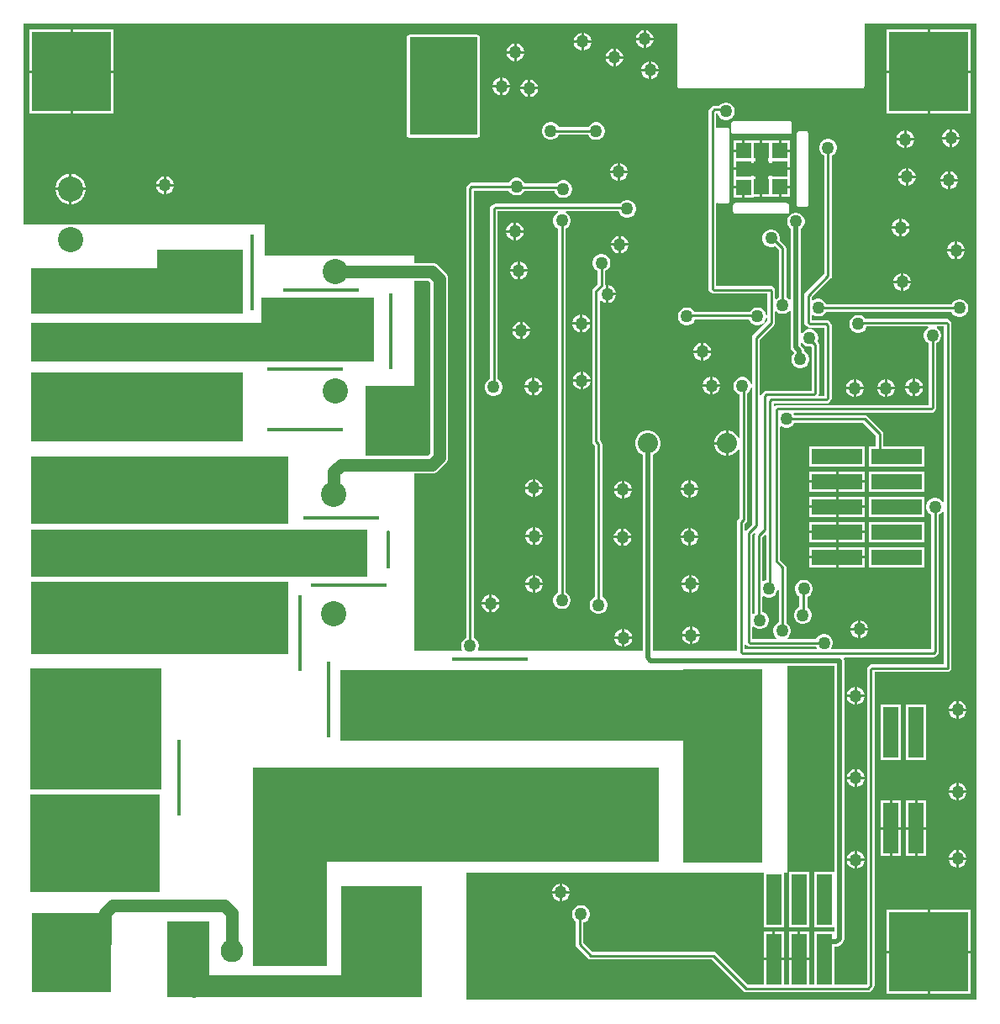
<source format=gbl>
G04*
G04 #@! TF.GenerationSoftware,Altium Limited,Altium Designer,21.0.8 (223)*
G04*
G04 Layer_Physical_Order=2*
G04 Layer_Color=16711680*
%FSLAX25Y25*%
%MOIN*%
G70*
G04*
G04 #@! TF.SameCoordinates,790BC176-E466-43CB-AF78-98272D84D4DC*
G04*
G04*
G04 #@! TF.FilePolarity,Positive*
G04*
G01*
G75*
%ADD10C,0.01000*%
%ADD42R,0.06000X0.20000*%
%ADD44R,0.06000X0.20000*%
%ADD45R,0.20000X0.06000*%
%ADD47R,0.31500X0.31500*%
%ADD52C,0.05000*%
%ADD55C,0.02000*%
%ADD56C,0.05000*%
%ADD57C,0.02500*%
%ADD61R,0.27000X0.38700*%
%ADD62R,0.52000X0.48000*%
%ADD63R,1.02000X0.29000*%
%ADD64R,1.02000X0.26500*%
%ADD65R,1.33500X0.18500*%
%ADD66R,0.51500X0.38500*%
%ADD69R,0.16500X0.30400*%
%ADD71R,0.45000X0.25500*%
%ADD72R,1.36000X0.15500*%
%ADD73R,0.84000X0.27500*%
%ADD74R,0.34000X0.25500*%
G04:AMPARAMS|DCode=76|XSize=300mil|YSize=15mil|CornerRadius=3.75mil|HoleSize=0mil|Usage=FLASHONLY|Rotation=180.000|XOffset=0mil|YOffset=0mil|HoleType=Round|Shape=RoundedRectangle|*
%AMROUNDEDRECTD76*
21,1,0.30000,0.00750,0,0,180.0*
21,1,0.29250,0.01500,0,0,180.0*
1,1,0.00750,-0.14625,0.00375*
1,1,0.00750,0.14625,0.00375*
1,1,0.00750,0.14625,-0.00375*
1,1,0.00750,-0.14625,-0.00375*
%
%ADD76ROUNDEDRECTD76*%
G04:AMPARAMS|DCode=77|XSize=300mil|YSize=15mil|CornerRadius=3.75mil|HoleSize=0mil|Usage=FLASHONLY|Rotation=90.000|XOffset=0mil|YOffset=0mil|HoleType=Round|Shape=RoundedRectangle|*
%AMROUNDEDRECTD77*
21,1,0.30000,0.00750,0,0,90.0*
21,1,0.29250,0.01500,0,0,90.0*
1,1,0.00750,0.00375,0.14625*
1,1,0.00750,0.00375,-0.14625*
1,1,0.00750,-0.00375,-0.14625*
1,1,0.00750,-0.00375,0.14625*
%
%ADD77ROUNDEDRECTD77*%
G04:AMPARAMS|DCode=78|XSize=150mil|YSize=15mil|CornerRadius=3.75mil|HoleSize=0mil|Usage=FLASHONLY|Rotation=90.000|XOffset=0mil|YOffset=0mil|HoleType=Round|Shape=RoundedRectangle|*
%AMROUNDEDRECTD78*
21,1,0.15000,0.00750,0,0,90.0*
21,1,0.14250,0.01500,0,0,90.0*
1,1,0.00750,0.00375,0.07125*
1,1,0.00750,0.00375,-0.07125*
1,1,0.00750,-0.00375,-0.07125*
1,1,0.00750,-0.00375,0.07125*
%
%ADD78ROUNDEDRECTD78*%
%ADD79C,0.11811*%
%ADD80R,0.11811X0.11811*%
%ADD81C,0.10000*%
%ADD82R,0.06000X0.06000*%
%ADD83R,0.08000X0.08000*%
%ADD84C,0.08000*%
%ADD85R,0.09055X0.09055*%
%ADD86C,0.09000*%
%ADD87R,0.10000X0.10000*%
%ADD88R,1.67500X0.28500*%
%ADD89R,0.32000X0.44000*%
%ADD90R,1.56986X0.37400*%
%ADD91R,0.31514X0.76500*%
%ADD92R,0.29500X0.78500*%
%ADD93R,1.00986X0.08500*%
%ADD94R,0.84000X0.18000*%
G36*
X378929Y1071D02*
X176500D01*
Y51300D01*
X294500D01*
Y29800D01*
X302500D01*
Y51300D01*
X304000D01*
Y133361D01*
X322461D01*
Y51800D01*
X314500D01*
Y29800D01*
X322461D01*
Y28200D01*
X314500D01*
Y7029D01*
X312500D01*
Y16700D01*
X304500D01*
Y7029D01*
X302500D01*
Y16700D01*
X294500D01*
Y7029D01*
X288134D01*
X275582Y19581D01*
X275581Y19581D01*
X275085Y19913D01*
X274500Y20029D01*
X226634D01*
X223029Y23633D01*
Y31652D01*
X223351Y31738D01*
X224149Y32199D01*
X224801Y32851D01*
X225261Y33649D01*
X225500Y34539D01*
Y35461D01*
X225261Y36351D01*
X224801Y37149D01*
X224149Y37801D01*
X223351Y38262D01*
X222461Y38500D01*
X221539D01*
X220649Y38262D01*
X219851Y37801D01*
X219199Y37149D01*
X218739Y36351D01*
X218500Y35461D01*
Y34539D01*
X218739Y33649D01*
X219199Y32851D01*
X219851Y32199D01*
X219971Y32130D01*
Y23000D01*
X220087Y22415D01*
X220419Y21919D01*
X224919Y17419D01*
X225415Y17087D01*
X226000Y16971D01*
X273867D01*
X286419Y4419D01*
X286915Y4087D01*
X287500Y3971D01*
X335914D01*
X336500Y4087D01*
X336996Y4419D01*
X338081Y5504D01*
X338413Y6001D01*
X338529Y6586D01*
Y130971D01*
X367500D01*
X368085Y131087D01*
X368581Y131419D01*
X368913Y131915D01*
X369029Y132500D01*
Y268914D01*
X368913Y269499D01*
X368581Y269996D01*
X367996Y270581D01*
X367499Y270913D01*
X366914Y271029D01*
X334870D01*
X334801Y271149D01*
X334149Y271801D01*
X333351Y272262D01*
X332461Y272500D01*
X331539D01*
X330649Y272262D01*
X329851Y271801D01*
X329199Y271149D01*
X328738Y270351D01*
X328500Y269461D01*
Y268539D01*
X328738Y267649D01*
X329199Y266851D01*
X329851Y266199D01*
X330649Y265739D01*
X331539Y265500D01*
X332461D01*
X333351Y265739D01*
X334149Y266199D01*
X334801Y266851D01*
X335262Y267649D01*
X335348Y267971D01*
X359699D01*
X359833Y267471D01*
X359365Y267201D01*
X358713Y266549D01*
X358253Y265751D01*
X358014Y264861D01*
Y263939D01*
X358253Y263049D01*
X358713Y262251D01*
X359365Y261599D01*
X359985Y261242D01*
Y236829D01*
X300100D01*
X299515Y236713D01*
X299043Y236398D01*
X298823Y236444D01*
X298544Y236560D01*
Y237371D01*
X319428D01*
X320014Y237487D01*
X320510Y237819D01*
X321095Y238404D01*
X321427Y238900D01*
X321544Y239486D01*
Y263500D01*
X321529Y263571D01*
Y268414D01*
X321413Y269000D01*
X321081Y269496D01*
X320496Y270081D01*
X320000Y270413D01*
X319414Y270529D01*
X313729D01*
Y272259D01*
X314229Y272496D01*
X314849Y272139D01*
X315739Y271900D01*
X316661D01*
X317551Y272139D01*
X318349Y272599D01*
X319001Y273251D01*
X319315Y273796D01*
X369048D01*
X369449Y273101D01*
X370101Y272449D01*
X370899Y271989D01*
X371789Y271750D01*
X372711D01*
X373601Y271989D01*
X374399Y272449D01*
X375051Y273101D01*
X375512Y273899D01*
X375750Y274789D01*
Y275711D01*
X375512Y276601D01*
X375051Y277399D01*
X374399Y278051D01*
X373601Y278512D01*
X372711Y278750D01*
X371789D01*
X370899Y278512D01*
X370101Y278051D01*
X369449Y277399D01*
X369135Y276854D01*
X319402D01*
X319001Y277549D01*
X318349Y278201D01*
X317551Y278661D01*
X316661Y278900D01*
X315739D01*
X314849Y278661D01*
X314229Y278304D01*
X313729Y278540D01*
Y279567D01*
X321181Y287019D01*
X321513Y287515D01*
X321629Y288100D01*
Y335642D01*
X322249Y335999D01*
X322901Y336651D01*
X323361Y337449D01*
X323600Y338339D01*
Y339261D01*
X323361Y340151D01*
X322901Y340949D01*
X322249Y341601D01*
X321451Y342061D01*
X320561Y342300D01*
X319639D01*
X318749Y342061D01*
X317951Y341601D01*
X317299Y340949D01*
X316839Y340151D01*
X316600Y339261D01*
Y338339D01*
X316839Y337449D01*
X317299Y336651D01*
X317951Y335999D01*
X318571Y335642D01*
Y288734D01*
X311119Y281281D01*
X310787Y280785D01*
X310671Y280200D01*
Y269586D01*
X310787Y269001D01*
X311119Y268504D01*
X311704Y267919D01*
X312200Y267587D01*
X312786Y267471D01*
X318471D01*
Y263514D01*
X318485Y263443D01*
Y240429D01*
X316688D01*
X316432Y240842D01*
X316433Y240929D01*
X316544Y241486D01*
Y260851D01*
X316427Y261436D01*
X316095Y261932D01*
X315990Y262038D01*
X315996Y262049D01*
X316234Y262939D01*
Y263861D01*
X315996Y264751D01*
X315535Y265549D01*
X314884Y266201D01*
X314086Y266662D01*
X313195Y266900D01*
X312274D01*
X311384Y266662D01*
X310585Y266201D01*
X309934Y265549D01*
X309839Y265385D01*
X309339Y265519D01*
Y306736D01*
X309449Y306799D01*
X310101Y307451D01*
X310561Y308249D01*
X310800Y309139D01*
Y310061D01*
X310561Y310951D01*
X310101Y311749D01*
X309449Y312401D01*
X308651Y312861D01*
X307761Y313100D01*
X306839D01*
X305949Y312861D01*
X305151Y312401D01*
X304499Y311749D01*
X304039Y310951D01*
X303800Y310061D01*
Y309139D01*
X304039Y308249D01*
X304499Y307451D01*
X305151Y306799D01*
X305261Y306736D01*
Y278679D01*
X304761Y278603D01*
X304163Y279201D01*
X303543Y279558D01*
Y298900D01*
X303427Y299485D01*
X303096Y299981D01*
X300935Y302142D01*
X301014Y302439D01*
Y303361D01*
X300776Y304251D01*
X300315Y305049D01*
X299663Y305701D01*
X298865Y306161D01*
X297975Y306400D01*
X297053D01*
X296163Y306161D01*
X295365Y305701D01*
X294713Y305049D01*
X294253Y304251D01*
X294014Y303361D01*
Y302439D01*
X294253Y301549D01*
X294713Y300751D01*
X295365Y300099D01*
X296163Y299639D01*
X297053Y299400D01*
X297975D01*
X298865Y299639D01*
X299022Y299729D01*
X300485Y298267D01*
Y279558D01*
X299865Y279201D01*
X299543Y278879D01*
X299043Y279086D01*
Y282200D01*
X298927Y282785D01*
X298595Y283281D01*
X298295Y283581D01*
X297799Y283913D01*
X297214Y284029D01*
X275729D01*
Y316802D01*
X275998Y316938D01*
X276229Y316995D01*
X276510Y316808D01*
X276900Y316730D01*
X279900D01*
X280290Y316808D01*
X280621Y317029D01*
X280842Y317360D01*
X280920Y317750D01*
Y345850D01*
X280842Y346240D01*
X280621Y346571D01*
X280290Y346792D01*
X279900Y346870D01*
X276900D01*
X276510Y346792D01*
X276229Y346605D01*
X275998Y346662D01*
X275729Y346798D01*
Y352371D01*
X276226D01*
X276339Y351949D01*
X276799Y351151D01*
X277451Y350499D01*
X278249Y350039D01*
X279139Y349800D01*
X280061D01*
X280951Y350039D01*
X281749Y350499D01*
X282401Y351151D01*
X282861Y351949D01*
X283100Y352839D01*
Y353761D01*
X282861Y354651D01*
X282401Y355449D01*
X281749Y356101D01*
X280951Y356561D01*
X280061Y356800D01*
X279139D01*
X278249Y356561D01*
X277451Y356101D01*
X276799Y355449D01*
X276788Y355429D01*
X274986D01*
X274400Y355313D01*
X273904Y354981D01*
X273119Y354196D01*
X272787Y353699D01*
X272671Y353114D01*
Y283086D01*
X272787Y282501D01*
X273119Y282004D01*
X273704Y281419D01*
X274201Y281087D01*
X274786Y280971D01*
X295985D01*
Y272498D01*
X295500Y272461D01*
X295262Y273351D01*
X294801Y274149D01*
X294149Y274801D01*
X293351Y275261D01*
X292461Y275500D01*
X291539D01*
X290649Y275261D01*
X289851Y274801D01*
X289199Y274149D01*
X288986Y273779D01*
X267014D01*
X266801Y274149D01*
X266149Y274801D01*
X265351Y275261D01*
X264461Y275500D01*
X263539D01*
X262649Y275261D01*
X261851Y274801D01*
X261199Y274149D01*
X260738Y273351D01*
X260500Y272461D01*
Y271539D01*
X260738Y270649D01*
X261199Y269851D01*
X261851Y269199D01*
X262649Y268739D01*
X263539Y268500D01*
X264461D01*
X265351Y268739D01*
X266149Y269199D01*
X266801Y269851D01*
X267262Y270649D01*
X267281Y270721D01*
X288719D01*
X288738Y270649D01*
X289199Y269851D01*
X289851Y269199D01*
X290649Y268739D01*
X291539Y268500D01*
X292461D01*
X293351Y268739D01*
X294149Y269199D01*
X294801Y269851D01*
X295262Y270649D01*
X295500Y271539D01*
X295985Y271502D01*
Y270148D01*
X290433Y264596D01*
X290101Y264099D01*
X289985Y263514D01*
Y245036D01*
X289485Y244970D01*
X289276Y245751D01*
X288815Y246549D01*
X288163Y247201D01*
X287365Y247661D01*
X286475Y247900D01*
X285553D01*
X284663Y247661D01*
X283865Y247201D01*
X283213Y246549D01*
X282753Y245751D01*
X282514Y244861D01*
Y243939D01*
X282753Y243049D01*
X283213Y242251D01*
X283865Y241599D01*
X284663Y241139D01*
X284985Y241052D01*
Y223941D01*
X284485Y223807D01*
X284001Y224645D01*
X283070Y225576D01*
X281930Y226234D01*
X280658Y226575D01*
X280500D01*
Y221575D01*
Y216575D01*
X280658D01*
X281930Y216915D01*
X283070Y217574D01*
X284001Y218505D01*
X284485Y219342D01*
X284985Y219209D01*
Y192034D01*
X284433Y191481D01*
X284101Y190985D01*
X283985Y190400D01*
Y139400D01*
X250553D01*
Y216985D01*
X251574Y217574D01*
X252505Y218505D01*
X253163Y219645D01*
X253504Y220917D01*
Y222233D01*
X253163Y223505D01*
X252505Y224645D01*
X251574Y225576D01*
X250434Y226234D01*
X249162Y226575D01*
X247846D01*
X246574Y226234D01*
X245434Y225576D01*
X244503Y224645D01*
X243845Y223505D01*
X243504Y222233D01*
Y220917D01*
X243845Y219645D01*
X244503Y218505D01*
X245434Y217574D01*
X246475Y216973D01*
Y139400D01*
X181401D01*
X181151Y139833D01*
X181276Y140049D01*
X181514Y140939D01*
Y141861D01*
X181276Y142751D01*
X180815Y143549D01*
X180163Y144201D01*
X179543Y144559D01*
Y321871D01*
X193356D01*
X193713Y321251D01*
X194365Y320599D01*
X195163Y320139D01*
X196053Y319900D01*
X196975D01*
X197865Y320139D01*
X198663Y320599D01*
X199315Y321251D01*
X199528Y321621D01*
X211599D01*
X211753Y321049D01*
X212213Y320251D01*
X212865Y319599D01*
X213663Y319139D01*
X214553Y318900D01*
X215475D01*
X216365Y319139D01*
X217163Y319599D01*
X217815Y320251D01*
X218276Y321049D01*
X218514Y321939D01*
Y322861D01*
X218276Y323751D01*
X217815Y324549D01*
X217163Y325201D01*
X216365Y325661D01*
X215475Y325900D01*
X214553D01*
X213663Y325661D01*
X212865Y325201D01*
X212344Y324679D01*
X199795D01*
X199776Y324751D01*
X199315Y325549D01*
X198663Y326201D01*
X197865Y326661D01*
X196975Y326900D01*
X196053D01*
X195163Y326661D01*
X194365Y326201D01*
X193713Y325549D01*
X193356Y324929D01*
X178600D01*
X178015Y324813D01*
X177518Y324481D01*
X176933Y323896D01*
X176601Y323399D01*
X176485Y322814D01*
Y144559D01*
X175865Y144201D01*
X175213Y143549D01*
X174753Y142751D01*
X174514Y141861D01*
Y140939D01*
X174753Y140049D01*
X174877Y139833D01*
X174627Y139400D01*
X156000D01*
Y209670D01*
X162985D01*
X163899Y209790D01*
X164750Y210143D01*
X165481Y210704D01*
X168410Y213633D01*
X168971Y214364D01*
X169324Y215215D01*
X169444Y216129D01*
Y286771D01*
X169324Y287685D01*
X168971Y288536D01*
X168410Y289267D01*
X165481Y292196D01*
X164750Y292757D01*
X163899Y293110D01*
X162985Y293230D01*
X156000D01*
Y296000D01*
X96500D01*
Y308400D01*
X20694D01*
X20191Y308500D01*
X19009D01*
X18506Y308400D01*
X1071D01*
Y387929D01*
X260129D01*
Y380200D01*
Y372200D01*
Y363400D01*
X260211Y362990D01*
X260443Y362643D01*
X260790Y362411D01*
X261200Y362329D01*
X331000Y362329D01*
X331000Y362329D01*
X333400D01*
X333810Y362411D01*
X334157Y362643D01*
X334389Y362990D01*
X334471Y363400D01*
Y387929D01*
X378929D01*
Y1071D01*
D02*
G37*
G36*
X305261Y274121D02*
Y259700D01*
X305416Y258920D01*
X305858Y258258D01*
X306590Y257526D01*
Y257503D01*
X306199Y257112D01*
X305738Y256314D01*
X305500Y255424D01*
Y254502D01*
X305738Y253612D01*
X306199Y252814D01*
X306851Y252162D01*
X307649Y251701D01*
X308539Y251463D01*
X309461D01*
X310351Y251701D01*
X311149Y252162D01*
X311801Y252814D01*
X312262Y253612D01*
X312500Y254502D01*
Y255424D01*
X312262Y256314D01*
X311801Y257112D01*
X311149Y257764D01*
X310669Y258041D01*
Y258371D01*
X310513Y259151D01*
X310071Y259812D01*
X309339Y260545D01*
Y261281D01*
X309839Y261415D01*
X309934Y261251D01*
X310585Y260599D01*
X311384Y260139D01*
X312274Y259900D01*
X313195D01*
X313485Y259678D01*
Y242429D01*
X295600D01*
X295015Y242313D01*
X294518Y241981D01*
X293933Y241396D01*
X293601Y240899D01*
X293544Y240610D01*
X293043Y240659D01*
Y262881D01*
X298595Y268433D01*
X298927Y268929D01*
X299043Y269514D01*
Y273714D01*
X299543Y273921D01*
X299865Y273599D01*
X300663Y273138D01*
X301553Y272900D01*
X302475D01*
X303365Y273138D01*
X304163Y273599D01*
X304761Y274197D01*
X305261Y274121D01*
D02*
G37*
G36*
X162384Y285309D02*
Y217591D01*
X161523Y216730D01*
X136500D01*
Y244500D01*
X156000D01*
Y286170D01*
X161523D01*
X162384Y285309D01*
D02*
G37*
G36*
X365971Y198489D02*
X365471Y198355D01*
X365301Y198649D01*
X364649Y199301D01*
X363851Y199761D01*
X362961Y200000D01*
X362039D01*
X361149Y199761D01*
X360351Y199301D01*
X359699Y198649D01*
X359239Y197851D01*
X359000Y196961D01*
Y196039D01*
X359239Y195149D01*
X359699Y194351D01*
X360351Y193699D01*
X360971Y193342D01*
Y139929D01*
X321510D01*
X321346Y140429D01*
X321761Y141149D01*
X322000Y142039D01*
Y142961D01*
X321761Y143851D01*
X321301Y144649D01*
X320649Y145301D01*
X319851Y145762D01*
X318961Y146000D01*
X318039D01*
X317149Y145762D01*
X316351Y145301D01*
X315699Y144649D01*
X315341Y144029D01*
X304119D01*
X303980Y144490D01*
X303979Y144529D01*
X304622Y145173D01*
X305083Y145971D01*
X305322Y146861D01*
Y147782D01*
X305083Y148672D01*
X304622Y149471D01*
X303971Y150122D01*
X303543Y150369D01*
Y172400D01*
X303427Y172985D01*
X303096Y173481D01*
X301044Y175533D01*
Y228159D01*
X301543Y228396D01*
X302163Y228039D01*
X303053Y227800D01*
X303975D01*
X304865Y228039D01*
X305663Y228499D01*
X306315Y229151D01*
X306673Y229771D01*
X333981D01*
X338971Y224781D01*
Y220500D01*
X336300D01*
Y212500D01*
X358300D01*
Y220500D01*
X342029D01*
Y225414D01*
X341913Y225999D01*
X341581Y226496D01*
X335696Y232381D01*
X335199Y232713D01*
X334614Y232829D01*
X306673D01*
X306418Y233271D01*
X306655Y233771D01*
X360928D01*
X361514Y233887D01*
X362010Y234219D01*
X362596Y234804D01*
X362927Y235300D01*
X363043Y235886D01*
Y261242D01*
X363663Y261599D01*
X364315Y262251D01*
X364776Y263049D01*
X365014Y263939D01*
Y264861D01*
X364776Y265751D01*
X364315Y266549D01*
X363663Y267201D01*
X363196Y267471D01*
X363330Y267971D01*
X365971D01*
Y198489D01*
D02*
G37*
G36*
X289985Y243764D02*
Y189533D01*
X287544Y187092D01*
X287106Y187229D01*
X287043Y187277D01*
Y189767D01*
X287596Y190319D01*
X287927Y190815D01*
X288043Y191400D01*
Y241530D01*
X288163Y241599D01*
X288815Y242251D01*
X289276Y243049D01*
X289485Y243829D01*
X289985Y243764D01*
D02*
G37*
G36*
X295485Y185054D02*
Y167348D01*
X295163Y167262D01*
X294544Y166904D01*
X294043Y167140D01*
Y184266D01*
X295023Y185246D01*
X295485Y185054D01*
D02*
G37*
G36*
X300485Y163364D02*
Y150587D01*
X300471Y150583D01*
X299673Y150122D01*
X299021Y149471D01*
X298560Y148672D01*
X298322Y147782D01*
Y146861D01*
X298560Y145971D01*
X299021Y145173D01*
X299664Y144529D01*
X299663Y144490D01*
X299524Y144029D01*
X290043D01*
Y148800D01*
X290544Y149007D01*
X290851Y148699D01*
X291649Y148239D01*
X292539Y148000D01*
X293461D01*
X294351Y148239D01*
X295149Y148699D01*
X295801Y149351D01*
X296262Y150149D01*
X296500Y151039D01*
Y151961D01*
X296262Y152851D01*
X295801Y153649D01*
X295149Y154301D01*
X294351Y154762D01*
X294043Y154844D01*
Y160860D01*
X294544Y161096D01*
X295163Y160739D01*
X296053Y160500D01*
X296975D01*
X297865Y160739D01*
X298663Y161199D01*
X299315Y161851D01*
X299776Y162649D01*
X299985Y163429D01*
X300485Y163364D01*
D02*
G37*
G36*
X291366Y185882D02*
X291101Y185485D01*
X290985Y184900D01*
Y154378D01*
X290851Y154301D01*
X290544Y153993D01*
X290043Y154200D01*
Y185266D01*
X290978Y186201D01*
X291366Y185882D01*
D02*
G37*
G36*
X288018Y141419D02*
X288515Y141087D01*
X289100Y140971D01*
X315341D01*
X315654Y140429D01*
X315490Y139929D01*
X287043D01*
Y141709D01*
X287106Y141756D01*
X287544Y141893D01*
X288018Y141419D01*
D02*
G37*
G36*
X365971Y194511D02*
Y134029D01*
X337586D01*
X337000Y133913D01*
X336504Y133581D01*
X335919Y132996D01*
X335587Y132500D01*
X335471Y131914D01*
Y7219D01*
X335281Y7029D01*
X322500D01*
Y21961D01*
X323328D01*
X324109Y22116D01*
X324770Y22558D01*
X325942Y23730D01*
X325942Y23730D01*
X326384Y24391D01*
X326539Y25172D01*
Y135400D01*
X326384Y136180D01*
X326257Y136371D01*
X326524Y136871D01*
X361914D01*
X362499Y136987D01*
X362996Y137319D01*
X363581Y137904D01*
X363913Y138400D01*
X364029Y138986D01*
Y193342D01*
X364649Y193699D01*
X365301Y194351D01*
X365471Y194645D01*
X365971Y194511D01*
D02*
G37*
%LPC*%
G36*
X247800Y385490D02*
Y382500D01*
X250789D01*
X250561Y383351D01*
X250101Y384149D01*
X249449Y384801D01*
X248651Y385262D01*
X247800Y385490D01*
D02*
G37*
G36*
X246800D02*
X245949Y385262D01*
X245151Y384801D01*
X244499Y384149D01*
X244039Y383351D01*
X243811Y382500D01*
X246800D01*
Y385490D01*
D02*
G37*
G36*
X223200Y384389D02*
Y381400D01*
X226189D01*
X225961Y382251D01*
X225501Y383049D01*
X224849Y383701D01*
X224051Y384161D01*
X223200Y384389D01*
D02*
G37*
G36*
X222200D02*
X221349Y384161D01*
X220551Y383701D01*
X219899Y383049D01*
X219439Y382251D01*
X219211Y381400D01*
X222200D01*
Y384389D01*
D02*
G37*
G36*
X250789Y381500D02*
X247800D01*
Y378510D01*
X248651Y378738D01*
X249449Y379199D01*
X250101Y379851D01*
X250561Y380649D01*
X250789Y381500D01*
D02*
G37*
G36*
X246800D02*
X243811D01*
X244039Y380649D01*
X244499Y379851D01*
X245151Y379199D01*
X245949Y378738D01*
X246800Y378510D01*
Y381500D01*
D02*
G37*
G36*
X226189Y380400D02*
X223200D01*
Y377411D01*
X224051Y377639D01*
X224849Y378099D01*
X225501Y378751D01*
X225961Y379549D01*
X226189Y380400D01*
D02*
G37*
G36*
X222200D02*
X219211D01*
X219439Y379549D01*
X219899Y378751D01*
X220551Y378099D01*
X221349Y377639D01*
X222200Y377411D01*
Y380400D01*
D02*
G37*
G36*
X196500Y380189D02*
Y377200D01*
X199489D01*
X199261Y378051D01*
X198801Y378849D01*
X198149Y379501D01*
X197351Y379961D01*
X196500Y380189D01*
D02*
G37*
G36*
X195500D02*
X194649Y379961D01*
X193851Y379501D01*
X193199Y378849D01*
X192738Y378051D01*
X192510Y377200D01*
X195500D01*
Y380189D01*
D02*
G37*
G36*
X235800Y378189D02*
Y375200D01*
X238790D01*
X238562Y376051D01*
X238101Y376849D01*
X237449Y377501D01*
X236651Y377961D01*
X235800Y378189D01*
D02*
G37*
G36*
X234800D02*
X233949Y377961D01*
X233151Y377501D01*
X232499Y376849D01*
X232038Y376051D01*
X231810Y375200D01*
X234800D01*
Y378189D01*
D02*
G37*
G36*
X199489Y376200D02*
X196500D01*
Y373211D01*
X197351Y373439D01*
X198149Y373899D01*
X198801Y374551D01*
X199261Y375349D01*
X199489Y376200D01*
D02*
G37*
G36*
X195500D02*
X192510D01*
X192738Y375349D01*
X193199Y374551D01*
X193851Y373899D01*
X194649Y373439D01*
X195500Y373211D01*
Y376200D01*
D02*
G37*
G36*
X238790Y374200D02*
X235800D01*
Y371211D01*
X236651Y371439D01*
X237449Y371899D01*
X238101Y372551D01*
X238562Y373349D01*
X238790Y374200D01*
D02*
G37*
G36*
X234800D02*
X231810D01*
X232038Y373349D01*
X232499Y372551D01*
X233151Y371899D01*
X233949Y371439D01*
X234800Y371211D01*
Y374200D01*
D02*
G37*
G36*
X250000Y373090D02*
Y370100D01*
X252990D01*
X252762Y370951D01*
X252301Y371749D01*
X251649Y372401D01*
X250851Y372862D01*
X250000Y373090D01*
D02*
G37*
G36*
X249000D02*
X248149Y372862D01*
X247351Y372401D01*
X246699Y371749D01*
X246238Y370951D01*
X246010Y370100D01*
X249000D01*
Y373090D01*
D02*
G37*
G36*
X376750Y385750D02*
X360500D01*
Y369500D01*
X376750D01*
Y385750D01*
D02*
G37*
G36*
X359500D02*
X343250D01*
Y369500D01*
X359500D01*
Y385750D01*
D02*
G37*
G36*
X36750D02*
X20500D01*
Y369500D01*
X36750D01*
Y385750D01*
D02*
G37*
G36*
X19500D02*
X3250D01*
Y369500D01*
X19500D01*
Y385750D01*
D02*
G37*
G36*
X252990Y369100D02*
X250000D01*
Y366110D01*
X250851Y366338D01*
X251649Y366799D01*
X252301Y367451D01*
X252762Y368249D01*
X252990Y369100D01*
D02*
G37*
G36*
X249000D02*
X246010D01*
X246238Y368249D01*
X246699Y367451D01*
X247351Y366799D01*
X248149Y366338D01*
X249000Y366110D01*
Y369100D01*
D02*
G37*
G36*
X191000Y366589D02*
Y363600D01*
X193990D01*
X193762Y364451D01*
X193301Y365249D01*
X192649Y365901D01*
X191851Y366361D01*
X191000Y366589D01*
D02*
G37*
G36*
X190000D02*
X189149Y366361D01*
X188351Y365901D01*
X187699Y365249D01*
X187239Y364451D01*
X187011Y363600D01*
X190000D01*
Y366589D01*
D02*
G37*
G36*
X202100Y365890D02*
Y362900D01*
X205089D01*
X204861Y363751D01*
X204401Y364549D01*
X203749Y365201D01*
X202951Y365662D01*
X202100Y365890D01*
D02*
G37*
G36*
X201100D02*
X200249Y365662D01*
X199451Y365201D01*
X198799Y364549D01*
X198338Y363751D01*
X198110Y362900D01*
X201100D01*
Y365890D01*
D02*
G37*
G36*
X193990Y362600D02*
X191000D01*
Y359611D01*
X191851Y359839D01*
X192649Y360299D01*
X193301Y360951D01*
X193762Y361749D01*
X193990Y362600D01*
D02*
G37*
G36*
X190000D02*
X187011D01*
X187239Y361749D01*
X187699Y360951D01*
X188351Y360299D01*
X189149Y359839D01*
X190000Y359611D01*
Y362600D01*
D02*
G37*
G36*
X205089Y361900D02*
X202100D01*
Y358910D01*
X202951Y359138D01*
X203749Y359599D01*
X204401Y360251D01*
X204861Y361049D01*
X205089Y361900D01*
D02*
G37*
G36*
X201100D02*
X198110D01*
X198338Y361049D01*
X198799Y360251D01*
X199451Y359599D01*
X200249Y359138D01*
X201100Y358910D01*
Y361900D01*
D02*
G37*
G36*
X376750Y368500D02*
X360500D01*
Y352250D01*
X376750D01*
Y368500D01*
D02*
G37*
G36*
X359500D02*
X343250D01*
Y352250D01*
X359500D01*
Y368500D01*
D02*
G37*
G36*
X36750D02*
X20500D01*
Y352250D01*
X36750D01*
Y368500D01*
D02*
G37*
G36*
X19500D02*
X3250D01*
Y352250D01*
X19500D01*
Y368500D01*
D02*
G37*
G36*
X304750Y349320D02*
X282650D01*
X282260Y349242D01*
X281929Y349021D01*
X281708Y348690D01*
X281630Y348300D01*
Y345400D01*
X281708Y345010D01*
X281929Y344679D01*
X282260Y344458D01*
X282650Y344380D01*
X304750D01*
X305140Y344458D01*
X305471Y344679D01*
X305692Y345010D01*
X305770Y345400D01*
Y348300D01*
X305692Y348690D01*
X305471Y349021D01*
X305140Y349242D01*
X304750Y349320D01*
D02*
G37*
G36*
X369300Y346189D02*
Y343200D01*
X372289D01*
X372061Y344051D01*
X371601Y344849D01*
X370949Y345501D01*
X370151Y345961D01*
X369300Y346189D01*
D02*
G37*
G36*
X368300D02*
X367449Y345961D01*
X366651Y345501D01*
X365999Y344849D01*
X365539Y344051D01*
X365311Y343200D01*
X368300D01*
Y346189D01*
D02*
G37*
G36*
X181014Y383620D02*
X154014D01*
X153624Y383542D01*
X153293Y383321D01*
X153072Y382990D01*
X152995Y382600D01*
Y343900D01*
X153072Y343510D01*
X153293Y343179D01*
X153624Y342958D01*
X154014Y342880D01*
X181014D01*
X181404Y342958D01*
X181735Y343179D01*
X181956Y343510D01*
X182034Y343900D01*
Y382600D01*
X181956Y382990D01*
X181735Y383321D01*
X181404Y383542D01*
X181014Y383620D01*
D02*
G37*
G36*
X351200Y345690D02*
Y342700D01*
X354189D01*
X353961Y343551D01*
X353501Y344349D01*
X352849Y345001D01*
X352051Y345462D01*
X351200Y345690D01*
D02*
G37*
G36*
X350200D02*
X349349Y345462D01*
X348551Y345001D01*
X347899Y344349D01*
X347439Y343551D01*
X347211Y342700D01*
X350200D01*
Y345690D01*
D02*
G37*
G36*
X210561Y349000D02*
X209639D01*
X208749Y348762D01*
X207951Y348301D01*
X207299Y347649D01*
X206838Y346851D01*
X206600Y345961D01*
Y345039D01*
X206838Y344149D01*
X207299Y343351D01*
X207951Y342699D01*
X208749Y342238D01*
X209639Y342000D01*
X210561D01*
X211451Y342238D01*
X212249Y342699D01*
X212901Y343351D01*
X213230Y343921D01*
X224827D01*
X225213Y343251D01*
X225865Y342599D01*
X226663Y342139D01*
X227553Y341900D01*
X228475D01*
X229365Y342139D01*
X230163Y342599D01*
X230815Y343251D01*
X231276Y344049D01*
X231514Y344939D01*
Y345861D01*
X231276Y346751D01*
X230815Y347549D01*
X230163Y348201D01*
X229365Y348661D01*
X228475Y348900D01*
X227553D01*
X226663Y348661D01*
X225865Y348201D01*
X225213Y347549D01*
X224885Y346979D01*
X213287D01*
X212901Y347649D01*
X212249Y348301D01*
X211451Y348762D01*
X210561Y349000D01*
D02*
G37*
G36*
X372289Y342200D02*
X369300D01*
Y339211D01*
X370151Y339439D01*
X370949Y339899D01*
X371601Y340551D01*
X372061Y341349D01*
X372289Y342200D01*
D02*
G37*
G36*
X368300D02*
X365311D01*
X365539Y341349D01*
X365999Y340551D01*
X366651Y339899D01*
X367449Y339439D01*
X368300Y339211D01*
Y342200D01*
D02*
G37*
G36*
X354189Y341700D02*
X351200D01*
Y338710D01*
X352051Y338938D01*
X352849Y339399D01*
X353501Y340051D01*
X353961Y340849D01*
X354189Y341700D01*
D02*
G37*
G36*
X350200D02*
X347211D01*
X347439Y340849D01*
X347899Y340051D01*
X348551Y339399D01*
X349349Y338938D01*
X350200Y338710D01*
Y341700D01*
D02*
G37*
G36*
X305100D02*
X301600D01*
Y338200D01*
X305100D01*
Y341700D01*
D02*
G37*
G36*
X286000Y341600D02*
X282500D01*
Y338100D01*
X286000D01*
Y341600D01*
D02*
G37*
G36*
X300600Y341700D02*
X297100D01*
Y341600D01*
X294100D01*
Y337600D01*
X293100D01*
Y341600D01*
X287000D01*
Y337600D01*
X286500D01*
Y337100D01*
X282500D01*
Y333600D01*
Y330900D01*
X286500D01*
Y329900D01*
X282500D01*
Y326400D01*
Y323700D01*
X286500D01*
Y323200D01*
X287000D01*
Y319200D01*
X290500D01*
Y319300D01*
X293100D01*
Y323300D01*
X294100D01*
Y319300D01*
X300600D01*
Y323300D01*
X301100D01*
Y323800D01*
X305100D01*
Y326400D01*
Y329900D01*
X301100D01*
Y330900D01*
X305100D01*
Y333700D01*
Y337200D01*
X301100D01*
Y337700D01*
X300600D01*
Y341700D01*
D02*
G37*
G36*
X237600Y332789D02*
Y329800D01*
X240589D01*
X240361Y330651D01*
X239901Y331449D01*
X239249Y332101D01*
X238451Y332561D01*
X237600Y332789D01*
D02*
G37*
G36*
X236600D02*
X235749Y332561D01*
X234951Y332101D01*
X234299Y331449D01*
X233839Y330651D01*
X233611Y329800D01*
X236600D01*
Y332789D01*
D02*
G37*
G36*
X351800Y330789D02*
Y327800D01*
X354789D01*
X354561Y328651D01*
X354101Y329449D01*
X353449Y330101D01*
X352651Y330561D01*
X351800Y330789D01*
D02*
G37*
G36*
X350800D02*
X349949Y330561D01*
X349151Y330101D01*
X348499Y329449D01*
X348039Y328651D01*
X347811Y327800D01*
X350800D01*
Y330789D01*
D02*
G37*
G36*
X368600Y329489D02*
Y326500D01*
X371589D01*
X371361Y327351D01*
X370901Y328149D01*
X370249Y328801D01*
X369451Y329261D01*
X368600Y329489D01*
D02*
G37*
G36*
X367600D02*
X366749Y329261D01*
X365951Y328801D01*
X365299Y328149D01*
X364839Y327351D01*
X364611Y326500D01*
X367600D01*
Y329489D01*
D02*
G37*
G36*
X240589Y328800D02*
X237600D01*
Y325811D01*
X238451Y326039D01*
X239249Y326499D01*
X239901Y327151D01*
X240361Y327949D01*
X240589Y328800D01*
D02*
G37*
G36*
X236600D02*
X233611D01*
X233839Y327949D01*
X234299Y327151D01*
X234951Y326499D01*
X235749Y326039D01*
X236600Y325811D01*
Y328800D01*
D02*
G37*
G36*
X57500Y327489D02*
Y324500D01*
X60489D01*
X60261Y325351D01*
X59801Y326149D01*
X59149Y326801D01*
X58351Y327261D01*
X57500Y327489D01*
D02*
G37*
G36*
X56500D02*
X55649Y327261D01*
X54851Y326801D01*
X54199Y326149D01*
X53738Y325351D01*
X53510Y324500D01*
X56500D01*
Y327489D01*
D02*
G37*
G36*
X354789Y326800D02*
X351800D01*
Y323811D01*
X352651Y324039D01*
X353449Y324499D01*
X354101Y325151D01*
X354561Y325949D01*
X354789Y326800D01*
D02*
G37*
G36*
X350800D02*
X347811D01*
X348039Y325949D01*
X348499Y325151D01*
X349151Y324499D01*
X349949Y324039D01*
X350800Y323811D01*
Y326800D01*
D02*
G37*
G36*
X20191Y328500D02*
X20100D01*
Y323000D01*
X25600D01*
Y323091D01*
X25369Y324250D01*
X24917Y325342D01*
X24261Y326325D01*
X23425Y327161D01*
X22442Y327817D01*
X21350Y328269D01*
X20191Y328500D01*
D02*
G37*
G36*
X19100D02*
X19009D01*
X17850Y328269D01*
X16758Y327817D01*
X15775Y327161D01*
X14940Y326325D01*
X14283Y325342D01*
X13831Y324250D01*
X13600Y323091D01*
Y323000D01*
X19100D01*
Y328500D01*
D02*
G37*
G36*
X371589Y325500D02*
X368600D01*
Y322511D01*
X369451Y322739D01*
X370249Y323199D01*
X370901Y323851D01*
X371361Y324649D01*
X371589Y325500D01*
D02*
G37*
G36*
X367600D02*
X364611D01*
X364839Y324649D01*
X365299Y323851D01*
X365951Y323199D01*
X366749Y322739D01*
X367600Y322511D01*
Y325500D01*
D02*
G37*
G36*
X60489Y323500D02*
X57500D01*
Y320511D01*
X58351Y320739D01*
X59149Y321199D01*
X59801Y321851D01*
X60261Y322649D01*
X60489Y323500D01*
D02*
G37*
G36*
X56500D02*
X53510D01*
X53738Y322649D01*
X54199Y321851D01*
X54851Y321199D01*
X55649Y320739D01*
X56500Y320511D01*
Y323500D01*
D02*
G37*
G36*
X305100Y322800D02*
X301600D01*
Y319300D01*
X305100D01*
Y322800D01*
D02*
G37*
G36*
X286000Y322700D02*
X282500D01*
Y319200D01*
X286000D01*
Y322700D01*
D02*
G37*
G36*
X25600Y322000D02*
X20100D01*
Y316500D01*
X20191D01*
X21350Y316731D01*
X22442Y317183D01*
X23425Y317840D01*
X24261Y318675D01*
X24917Y319658D01*
X25369Y320750D01*
X25600Y321909D01*
Y322000D01*
D02*
G37*
G36*
X19100D02*
X13600D01*
Y321909D01*
X13831Y320750D01*
X14283Y319658D01*
X14940Y318675D01*
X15775Y317840D01*
X16758Y317183D01*
X17850Y316731D01*
X19009Y316500D01*
X19100D01*
Y322000D01*
D02*
G37*
G36*
X308700Y345320D02*
X308310Y345242D01*
X307979Y345021D01*
X307758Y344690D01*
X307680Y344300D01*
X307680Y316300D01*
X307758Y315910D01*
X307979Y315579D01*
X308310Y315358D01*
X308700Y315280D01*
X311400Y315280D01*
X311790Y315358D01*
X312121Y315579D01*
X312342Y315910D01*
X312420Y316300D01*
X312420Y344300D01*
X312342Y344690D01*
X312121Y345021D01*
X311790Y345242D01*
X311400Y345320D01*
X308700Y345320D01*
D02*
G37*
G36*
X303550Y316920D02*
X283450D01*
X283060Y316842D01*
X282729Y316621D01*
X282508Y316290D01*
X282430Y315900D01*
Y313600D01*
X282508Y313210D01*
X282729Y312879D01*
X283060Y312658D01*
X283450Y312580D01*
X303550D01*
X303940Y312658D01*
X304271Y312879D01*
X304492Y313210D01*
X304570Y313600D01*
Y315900D01*
X304492Y316290D01*
X304271Y316621D01*
X303940Y316842D01*
X303550Y316920D01*
D02*
G37*
G36*
X240875Y318100D02*
X239953D01*
X239063Y317862D01*
X238265Y317401D01*
X237613Y316749D01*
X237544Y316629D01*
X188100D01*
X187515Y316513D01*
X187018Y316181D01*
X186433Y315596D01*
X186101Y315100D01*
X185985Y314514D01*
Y247116D01*
X185265Y246701D01*
X184613Y246049D01*
X184153Y245251D01*
X183914Y244361D01*
Y243439D01*
X184153Y242549D01*
X184613Y241751D01*
X185265Y241099D01*
X186063Y240638D01*
X186953Y240400D01*
X187875D01*
X188765Y240638D01*
X189563Y241099D01*
X190215Y241751D01*
X190676Y242549D01*
X190914Y243439D01*
Y244361D01*
X190676Y245251D01*
X190215Y246049D01*
X189563Y246701D01*
X189043Y247001D01*
Y313571D01*
X212872D01*
X213006Y313071D01*
X212365Y312701D01*
X211713Y312049D01*
X211253Y311251D01*
X211014Y310361D01*
Y309439D01*
X211253Y308549D01*
X211713Y307751D01*
X212365Y307099D01*
X212985Y306741D01*
Y162558D01*
X212365Y162201D01*
X211713Y161549D01*
X211253Y160751D01*
X211014Y159861D01*
Y158939D01*
X211253Y158049D01*
X211713Y157251D01*
X212365Y156599D01*
X213163Y156139D01*
X214053Y155900D01*
X214975D01*
X215865Y156139D01*
X216663Y156599D01*
X217315Y157251D01*
X217776Y158049D01*
X218014Y158939D01*
Y159861D01*
X217776Y160751D01*
X217315Y161549D01*
X216663Y162201D01*
X216043Y162558D01*
Y306741D01*
X216663Y307099D01*
X217315Y307751D01*
X217776Y308549D01*
X218014Y309439D01*
Y310361D01*
X217776Y311251D01*
X217315Y312049D01*
X216663Y312701D01*
X216022Y313071D01*
X216156Y313571D01*
X237066D01*
X237153Y313249D01*
X237613Y312451D01*
X238265Y311799D01*
X239063Y311338D01*
X239953Y311100D01*
X240875D01*
X241765Y311338D01*
X242563Y311799D01*
X243215Y312451D01*
X243676Y313249D01*
X243914Y314139D01*
Y315061D01*
X243676Y315951D01*
X243215Y316749D01*
X242563Y317401D01*
X241765Y317862D01*
X240875Y318100D01*
D02*
G37*
G36*
X349400Y310590D02*
Y307600D01*
X352390D01*
X352162Y308451D01*
X351701Y309249D01*
X351049Y309901D01*
X350251Y310362D01*
X349400Y310590D01*
D02*
G37*
G36*
X348400D02*
X347549Y310362D01*
X346751Y309901D01*
X346099Y309249D01*
X345638Y308451D01*
X345410Y307600D01*
X348400D01*
Y310590D01*
D02*
G37*
G36*
X196400Y309190D02*
Y306200D01*
X199390D01*
X199162Y307051D01*
X198701Y307849D01*
X198049Y308501D01*
X197251Y308962D01*
X196400Y309190D01*
D02*
G37*
G36*
X195400D02*
X194549Y308962D01*
X193751Y308501D01*
X193099Y307849D01*
X192639Y307051D01*
X192411Y306200D01*
X195400D01*
Y309190D01*
D02*
G37*
G36*
X352390Y306600D02*
X349400D01*
Y303610D01*
X350251Y303838D01*
X351049Y304299D01*
X351701Y304951D01*
X352162Y305749D01*
X352390Y306600D01*
D02*
G37*
G36*
X348400D02*
X345410D01*
X345638Y305749D01*
X346099Y304951D01*
X346751Y304299D01*
X347549Y303838D01*
X348400Y303610D01*
Y306600D01*
D02*
G37*
G36*
X199390Y305200D02*
X196400D01*
Y302210D01*
X197251Y302438D01*
X198049Y302899D01*
X198701Y303551D01*
X199162Y304349D01*
X199390Y305200D01*
D02*
G37*
G36*
X195400D02*
X192411D01*
X192639Y304349D01*
X193099Y303551D01*
X193751Y302899D01*
X194549Y302438D01*
X195400Y302210D01*
Y305200D01*
D02*
G37*
G36*
X237900Y303889D02*
Y300900D01*
X240890D01*
X240662Y301751D01*
X240201Y302549D01*
X239549Y303201D01*
X238751Y303661D01*
X237900Y303889D01*
D02*
G37*
G36*
X236900D02*
X236049Y303661D01*
X235251Y303201D01*
X234599Y302549D01*
X234138Y301751D01*
X233910Y300900D01*
X236900D01*
Y303889D01*
D02*
G37*
G36*
X371300Y301589D02*
Y298600D01*
X374289D01*
X374061Y299451D01*
X373601Y300249D01*
X372949Y300901D01*
X372151Y301361D01*
X371300Y301589D01*
D02*
G37*
G36*
X370300D02*
X369449Y301361D01*
X368651Y300901D01*
X367999Y300249D01*
X367538Y299451D01*
X367311Y298600D01*
X370300D01*
Y301589D01*
D02*
G37*
G36*
X240890Y299900D02*
X237900D01*
Y296911D01*
X238751Y297139D01*
X239549Y297599D01*
X240201Y298251D01*
X240662Y299049D01*
X240890Y299900D01*
D02*
G37*
G36*
X236900D02*
X233910D01*
X234138Y299049D01*
X234599Y298251D01*
X235251Y297599D01*
X236049Y297139D01*
X236900Y296911D01*
Y299900D01*
D02*
G37*
G36*
X374289Y297600D02*
X371300D01*
Y294611D01*
X372151Y294839D01*
X372949Y295299D01*
X373601Y295951D01*
X374061Y296749D01*
X374289Y297600D01*
D02*
G37*
G36*
X370300D02*
X367311D01*
X367538Y296749D01*
X367999Y295951D01*
X368651Y295299D01*
X369449Y294839D01*
X370300Y294611D01*
Y297600D01*
D02*
G37*
G36*
X197900Y293589D02*
Y290600D01*
X200889D01*
X200661Y291451D01*
X200201Y292249D01*
X199549Y292901D01*
X198751Y293361D01*
X197900Y293589D01*
D02*
G37*
G36*
X196900D02*
X196049Y293361D01*
X195251Y292901D01*
X194599Y292249D01*
X194139Y291451D01*
X193911Y290600D01*
X196900D01*
Y293589D01*
D02*
G37*
G36*
X200889Y289600D02*
X197900D01*
Y286611D01*
X198751Y286839D01*
X199549Y287299D01*
X200201Y287951D01*
X200661Y288749D01*
X200889Y289600D01*
D02*
G37*
G36*
X196900D02*
X193911D01*
X194139Y288749D01*
X194599Y287951D01*
X195251Y287299D01*
X196049Y286839D01*
X196900Y286611D01*
Y289600D01*
D02*
G37*
G36*
X350000Y289089D02*
Y286100D01*
X352990D01*
X352762Y286951D01*
X352301Y287749D01*
X351649Y288401D01*
X350851Y288861D01*
X350000Y289089D01*
D02*
G37*
G36*
X349000D02*
X348149Y288861D01*
X347351Y288401D01*
X346699Y287749D01*
X346238Y286951D01*
X346010Y286100D01*
X349000D01*
Y289089D01*
D02*
G37*
G36*
X352990Y285100D02*
X350000D01*
Y282111D01*
X350851Y282339D01*
X351649Y282799D01*
X352301Y283451D01*
X352762Y284249D01*
X352990Y285100D01*
D02*
G37*
G36*
X349000D02*
X346010D01*
X346238Y284249D01*
X346699Y283451D01*
X347351Y282799D01*
X348149Y282339D01*
X349000Y282111D01*
Y285100D01*
D02*
G37*
G36*
X233000Y284290D02*
Y281300D01*
X235989D01*
X235761Y282151D01*
X235301Y282949D01*
X234649Y283601D01*
X233851Y284062D01*
X233000Y284290D01*
D02*
G37*
G36*
X235989Y280300D02*
X233000D01*
Y277310D01*
X233851Y277538D01*
X234649Y277999D01*
X235301Y278651D01*
X235761Y279449D01*
X235989Y280300D01*
D02*
G37*
G36*
X230668Y296693D02*
X229746D01*
X228856Y296454D01*
X228058Y295994D01*
X227406Y295342D01*
X226946Y294544D01*
X226707Y293654D01*
Y292732D01*
X226946Y291842D01*
X227406Y291044D01*
X228058Y290392D01*
X228678Y290034D01*
Y284798D01*
X226919Y283038D01*
X226587Y282542D01*
X226471Y281957D01*
Y222270D01*
X226587Y221684D01*
X226919Y221188D01*
X227471Y220636D01*
Y160659D01*
X226851Y160301D01*
X226199Y159649D01*
X225739Y158851D01*
X225500Y157961D01*
Y157039D01*
X225739Y156149D01*
X226199Y155351D01*
X226851Y154699D01*
X227649Y154238D01*
X228539Y154000D01*
X229461D01*
X230351Y154238D01*
X231149Y154699D01*
X231801Y155351D01*
X232261Y156149D01*
X232500Y157039D01*
Y157961D01*
X232261Y158851D01*
X231801Y159649D01*
X231149Y160301D01*
X230529Y160659D01*
Y221270D01*
X230413Y221855D01*
X230081Y222351D01*
X229529Y222903D01*
Y278114D01*
X230029Y278321D01*
X230351Y277999D01*
X231149Y277538D01*
X232000Y277310D01*
Y280800D01*
Y284330D01*
X231736Y284532D01*
Y290034D01*
X232356Y290392D01*
X233008Y291044D01*
X233469Y291842D01*
X233707Y292732D01*
Y293654D01*
X233469Y294544D01*
X233008Y295342D01*
X232356Y295994D01*
X231558Y296454D01*
X230668Y296693D01*
D02*
G37*
G36*
X222700Y272589D02*
Y269600D01*
X225690D01*
X225462Y270451D01*
X225001Y271249D01*
X224349Y271901D01*
X223551Y272361D01*
X222700Y272589D01*
D02*
G37*
G36*
X221700D02*
X220849Y272361D01*
X220051Y271901D01*
X219399Y271249D01*
X218938Y270451D01*
X218710Y269600D01*
X221700D01*
Y272589D01*
D02*
G37*
G36*
X198800Y269889D02*
Y266900D01*
X201789D01*
X201561Y267751D01*
X201101Y268549D01*
X200449Y269201D01*
X199651Y269661D01*
X198800Y269889D01*
D02*
G37*
G36*
X197800D02*
X196949Y269661D01*
X196151Y269201D01*
X195499Y268549D01*
X195038Y267751D01*
X194810Y266900D01*
X197800D01*
Y269889D01*
D02*
G37*
G36*
X225690Y268600D02*
X222700D01*
Y265611D01*
X223551Y265839D01*
X224349Y266299D01*
X225001Y266951D01*
X225462Y267749D01*
X225690Y268600D01*
D02*
G37*
G36*
X221700D02*
X218710D01*
X218938Y267749D01*
X219399Y266951D01*
X220051Y266299D01*
X220849Y265839D01*
X221700Y265611D01*
Y268600D01*
D02*
G37*
G36*
X201789Y265900D02*
X198800D01*
Y262911D01*
X199651Y263139D01*
X200449Y263599D01*
X201101Y264251D01*
X201561Y265049D01*
X201789Y265900D01*
D02*
G37*
G36*
X197800D02*
X194810D01*
X195038Y265049D01*
X195499Y264251D01*
X196151Y263599D01*
X196949Y263139D01*
X197800Y262911D01*
Y265900D01*
D02*
G37*
G36*
X270700Y261490D02*
Y258500D01*
X273690D01*
X273462Y259351D01*
X273001Y260149D01*
X272349Y260801D01*
X271551Y261262D01*
X270700Y261490D01*
D02*
G37*
G36*
X269700D02*
X268849Y261262D01*
X268051Y260801D01*
X267399Y260149D01*
X266938Y259351D01*
X266710Y258500D01*
X269700D01*
Y261490D01*
D02*
G37*
G36*
X273690Y257500D02*
X270700D01*
Y254510D01*
X271551Y254738D01*
X272349Y255199D01*
X273001Y255851D01*
X273462Y256649D01*
X273690Y257500D01*
D02*
G37*
G36*
X269700D02*
X266710D01*
X266938Y256649D01*
X267399Y255851D01*
X268051Y255199D01*
X268849Y254738D01*
X269700Y254510D01*
Y257500D01*
D02*
G37*
G36*
X222800Y249990D02*
Y247000D01*
X225789D01*
X225561Y247851D01*
X225101Y248649D01*
X224449Y249301D01*
X223651Y249762D01*
X222800Y249990D01*
D02*
G37*
G36*
X221800D02*
X220949Y249762D01*
X220151Y249301D01*
X219499Y248649D01*
X219039Y247851D01*
X218811Y247000D01*
X221800D01*
Y249990D01*
D02*
G37*
G36*
X274300Y247990D02*
Y245000D01*
X277290D01*
X277062Y245851D01*
X276601Y246649D01*
X275949Y247301D01*
X275151Y247762D01*
X274300Y247990D01*
D02*
G37*
G36*
X273300D02*
X272449Y247762D01*
X271651Y247301D01*
X270999Y246649D01*
X270538Y245851D01*
X270310Y245000D01*
X273300D01*
Y247990D01*
D02*
G37*
G36*
X203700Y247589D02*
Y244600D01*
X206690D01*
X206462Y245451D01*
X206001Y246249D01*
X205349Y246901D01*
X204551Y247361D01*
X203700Y247589D01*
D02*
G37*
G36*
X202700D02*
X201849Y247361D01*
X201051Y246901D01*
X200399Y246249D01*
X199938Y245451D01*
X199711Y244600D01*
X202700D01*
Y247589D01*
D02*
G37*
G36*
X354700Y247289D02*
Y244300D01*
X357689D01*
X357462Y245151D01*
X357001Y245949D01*
X356349Y246601D01*
X355551Y247061D01*
X354700Y247289D01*
D02*
G37*
G36*
X353700D02*
X352849Y247061D01*
X352051Y246601D01*
X351399Y245949D01*
X350939Y245151D01*
X350711Y244300D01*
X353700D01*
Y247289D01*
D02*
G37*
G36*
X343600Y246989D02*
Y244000D01*
X346589D01*
X346361Y244851D01*
X345901Y245649D01*
X345249Y246301D01*
X344451Y246761D01*
X343600Y246989D01*
D02*
G37*
G36*
X342600D02*
X341749Y246761D01*
X340951Y246301D01*
X340299Y245649D01*
X339839Y244851D01*
X339611Y244000D01*
X342600D01*
Y246989D01*
D02*
G37*
G36*
X331200D02*
Y244000D01*
X334190D01*
X333962Y244851D01*
X333501Y245649D01*
X332849Y246301D01*
X332051Y246761D01*
X331200Y246989D01*
D02*
G37*
G36*
X330200D02*
X329349Y246761D01*
X328551Y246301D01*
X327899Y245649D01*
X327438Y244851D01*
X327210Y244000D01*
X330200D01*
Y246989D01*
D02*
G37*
G36*
X225789Y246000D02*
X222800D01*
Y243010D01*
X223651Y243238D01*
X224449Y243699D01*
X225101Y244351D01*
X225561Y245149D01*
X225789Y246000D01*
D02*
G37*
G36*
X221800D02*
X218811D01*
X219039Y245149D01*
X219499Y244351D01*
X220151Y243699D01*
X220949Y243238D01*
X221800Y243010D01*
Y246000D01*
D02*
G37*
G36*
X277290Y244000D02*
X274300D01*
Y241010D01*
X275151Y241238D01*
X275949Y241699D01*
X276601Y242351D01*
X277062Y243149D01*
X277290Y244000D01*
D02*
G37*
G36*
X273300D02*
X270310D01*
X270538Y243149D01*
X270999Y242351D01*
X271651Y241699D01*
X272449Y241238D01*
X273300Y241010D01*
Y244000D01*
D02*
G37*
G36*
X206690Y243600D02*
X203700D01*
Y240611D01*
X204551Y240839D01*
X205349Y241299D01*
X206001Y241951D01*
X206462Y242749D01*
X206690Y243600D01*
D02*
G37*
G36*
X202700D02*
X199711D01*
X199938Y242749D01*
X200399Y241951D01*
X201051Y241299D01*
X201849Y240839D01*
X202700Y240611D01*
Y243600D01*
D02*
G37*
G36*
X357689Y243300D02*
X354700D01*
Y240311D01*
X355551Y240539D01*
X356349Y240999D01*
X357001Y241651D01*
X357462Y242449D01*
X357689Y243300D01*
D02*
G37*
G36*
X353700D02*
X350711D01*
X350939Y242449D01*
X351399Y241651D01*
X352051Y240999D01*
X352849Y240539D01*
X353700Y240311D01*
Y243300D01*
D02*
G37*
G36*
X346589Y243000D02*
X343600D01*
Y240010D01*
X344451Y240238D01*
X345249Y240699D01*
X345901Y241351D01*
X346361Y242149D01*
X346589Y243000D01*
D02*
G37*
G36*
X342600D02*
X339611D01*
X339839Y242149D01*
X340299Y241351D01*
X340951Y240699D01*
X341749Y240238D01*
X342600Y240010D01*
Y243000D01*
D02*
G37*
G36*
X334190D02*
X331200D01*
Y240010D01*
X332051Y240238D01*
X332849Y240699D01*
X333501Y241351D01*
X333962Y242149D01*
X334190Y243000D01*
D02*
G37*
G36*
X330200D02*
X327210D01*
X327438Y242149D01*
X327899Y241351D01*
X328551Y240699D01*
X329349Y240238D01*
X330200Y240010D01*
Y243000D01*
D02*
G37*
G36*
X279500Y226575D02*
X279342D01*
X278070Y226234D01*
X276930Y225576D01*
X275999Y224645D01*
X275341Y223505D01*
X275000Y222233D01*
Y222075D01*
X279500D01*
Y226575D01*
D02*
G37*
G36*
Y221075D02*
X275000D01*
Y220917D01*
X275341Y219645D01*
X275999Y218505D01*
X276930Y217574D01*
X278070Y216915D01*
X279342Y216575D01*
X279500D01*
Y221075D01*
D02*
G37*
G36*
X203800Y207389D02*
Y204400D01*
X206789D01*
X206561Y205251D01*
X206101Y206049D01*
X205449Y206701D01*
X204651Y207161D01*
X203800Y207389D01*
D02*
G37*
G36*
X202800D02*
X201949Y207161D01*
X201151Y206701D01*
X200499Y206049D01*
X200039Y205251D01*
X199811Y204400D01*
X202800D01*
Y207389D01*
D02*
G37*
G36*
X265600Y206990D02*
Y204000D01*
X268589D01*
X268361Y204851D01*
X267901Y205649D01*
X267249Y206301D01*
X266451Y206762D01*
X265600Y206990D01*
D02*
G37*
G36*
X264600D02*
X263749Y206762D01*
X262951Y206301D01*
X262299Y205649D01*
X261839Y204851D01*
X261611Y204000D01*
X264600D01*
Y206990D01*
D02*
G37*
G36*
X239200Y206789D02*
Y203800D01*
X242190D01*
X241962Y204651D01*
X241501Y205449D01*
X240849Y206101D01*
X240051Y206561D01*
X239200Y206789D01*
D02*
G37*
G36*
X238200D02*
X237349Y206561D01*
X236551Y206101D01*
X235899Y205449D01*
X235438Y204651D01*
X235210Y203800D01*
X238200D01*
Y206789D01*
D02*
G37*
G36*
X206789Y203400D02*
X203800D01*
Y200411D01*
X204651Y200639D01*
X205449Y201099D01*
X206101Y201751D01*
X206561Y202549D01*
X206789Y203400D01*
D02*
G37*
G36*
X202800D02*
X199811D01*
X200039Y202549D01*
X200499Y201751D01*
X201151Y201099D01*
X201949Y200639D01*
X202800Y200411D01*
Y203400D01*
D02*
G37*
G36*
X268589Y203000D02*
X265600D01*
Y200010D01*
X266451Y200238D01*
X267249Y200699D01*
X267901Y201351D01*
X268361Y202149D01*
X268589Y203000D01*
D02*
G37*
G36*
X264600D02*
X261611D01*
X261839Y202149D01*
X262299Y201351D01*
X262951Y200699D01*
X263749Y200238D01*
X264600Y200010D01*
Y203000D01*
D02*
G37*
G36*
X242190Y202800D02*
X239200D01*
Y199811D01*
X240051Y200039D01*
X240849Y200499D01*
X241501Y201151D01*
X241962Y201949D01*
X242190Y202800D01*
D02*
G37*
G36*
X238200D02*
X235210D01*
X235438Y201949D01*
X235899Y201151D01*
X236551Y200499D01*
X237349Y200039D01*
X238200Y199811D01*
Y202800D01*
D02*
G37*
G36*
X204000Y188289D02*
Y185300D01*
X206990D01*
X206762Y186151D01*
X206301Y186949D01*
X205649Y187601D01*
X204851Y188061D01*
X204000Y188289D01*
D02*
G37*
G36*
X203000D02*
X202149Y188061D01*
X201351Y187601D01*
X200699Y186949D01*
X200238Y186151D01*
X200010Y185300D01*
X203000D01*
Y188289D01*
D02*
G37*
G36*
X265600Y188090D02*
Y185100D01*
X268589D01*
X268361Y185951D01*
X267901Y186749D01*
X267249Y187401D01*
X266451Y187862D01*
X265600Y188090D01*
D02*
G37*
G36*
X264600D02*
X263749Y187862D01*
X262951Y187401D01*
X262299Y186749D01*
X261839Y185951D01*
X261611Y185100D01*
X264600D01*
Y188090D01*
D02*
G37*
G36*
X239100Y187890D02*
Y184900D01*
X242090D01*
X241862Y185751D01*
X241401Y186549D01*
X240749Y187201D01*
X239951Y187662D01*
X239100Y187890D01*
D02*
G37*
G36*
X238100D02*
X237249Y187662D01*
X236451Y187201D01*
X235799Y186549D01*
X235338Y185751D01*
X235110Y184900D01*
X238100D01*
Y187890D01*
D02*
G37*
G36*
X206990Y184300D02*
X204000D01*
Y181310D01*
X204851Y181538D01*
X205649Y181999D01*
X206301Y182651D01*
X206762Y183449D01*
X206990Y184300D01*
D02*
G37*
G36*
X203000D02*
X200010D01*
X200238Y183449D01*
X200699Y182651D01*
X201351Y181999D01*
X202149Y181538D01*
X203000Y181310D01*
Y184300D01*
D02*
G37*
G36*
X268589Y184100D02*
X265600D01*
Y181111D01*
X266451Y181339D01*
X267249Y181799D01*
X267901Y182451D01*
X268361Y183249D01*
X268589Y184100D01*
D02*
G37*
G36*
X264600D02*
X261611D01*
X261839Y183249D01*
X262299Y182451D01*
X262951Y181799D01*
X263749Y181339D01*
X264600Y181111D01*
Y184100D01*
D02*
G37*
G36*
X242090Y183900D02*
X239100D01*
Y180911D01*
X239951Y181139D01*
X240749Y181599D01*
X241401Y182251D01*
X241862Y183049D01*
X242090Y183900D01*
D02*
G37*
G36*
X238100D02*
X235110D01*
X235338Y183049D01*
X235799Y182251D01*
X236451Y181599D01*
X237249Y181139D01*
X238100Y180911D01*
Y183900D01*
D02*
G37*
G36*
X266000Y169389D02*
Y166400D01*
X268989D01*
X268761Y167251D01*
X268301Y168049D01*
X267649Y168701D01*
X266851Y169161D01*
X266000Y169389D01*
D02*
G37*
G36*
X265000D02*
X264149Y169161D01*
X263351Y168701D01*
X262699Y168049D01*
X262239Y167251D01*
X262011Y166400D01*
X265000D01*
Y169389D01*
D02*
G37*
G36*
X204000D02*
Y166400D01*
X206990D01*
X206762Y167251D01*
X206301Y168049D01*
X205649Y168701D01*
X204851Y169161D01*
X204000Y169389D01*
D02*
G37*
G36*
X203000D02*
X202149Y169161D01*
X201351Y168701D01*
X200699Y168049D01*
X200238Y167251D01*
X200010Y166400D01*
X203000D01*
Y169389D01*
D02*
G37*
G36*
X268989Y165400D02*
X266000D01*
Y162410D01*
X266851Y162638D01*
X267649Y163099D01*
X268301Y163751D01*
X268761Y164549D01*
X268989Y165400D01*
D02*
G37*
G36*
X265000D02*
X262011D01*
X262239Y164549D01*
X262699Y163751D01*
X263351Y163099D01*
X264149Y162638D01*
X265000Y162410D01*
Y165400D01*
D02*
G37*
G36*
X206990D02*
X204000D01*
Y162410D01*
X204851Y162638D01*
X205649Y163099D01*
X206301Y163751D01*
X206762Y164549D01*
X206990Y165400D01*
D02*
G37*
G36*
X203000D02*
X200010D01*
X200238Y164549D01*
X200699Y163751D01*
X201351Y163099D01*
X202149Y162638D01*
X203000Y162410D01*
Y165400D01*
D02*
G37*
G36*
X186764Y161639D02*
Y158650D01*
X189754D01*
X189526Y159501D01*
X189065Y160299D01*
X188413Y160951D01*
X187615Y161411D01*
X186764Y161639D01*
D02*
G37*
G36*
X185764D02*
X184913Y161411D01*
X184115Y160951D01*
X183463Y160299D01*
X183003Y159501D01*
X182775Y158650D01*
X185764D01*
Y161639D01*
D02*
G37*
G36*
X189754Y157650D02*
X186764D01*
Y154660D01*
X187615Y154888D01*
X188413Y155349D01*
X189065Y156001D01*
X189526Y156799D01*
X189754Y157650D01*
D02*
G37*
G36*
X185764D02*
X182775D01*
X183003Y156799D01*
X183463Y156001D01*
X184115Y155349D01*
X184913Y154888D01*
X185764Y154660D01*
Y157650D01*
D02*
G37*
G36*
X266200Y148989D02*
Y146000D01*
X269190D01*
X268962Y146851D01*
X268501Y147649D01*
X267849Y148301D01*
X267051Y148761D01*
X266200Y148989D01*
D02*
G37*
G36*
X265200D02*
X264349Y148761D01*
X263551Y148301D01*
X262899Y147649D01*
X262439Y146851D01*
X262210Y146000D01*
X265200D01*
Y148989D01*
D02*
G37*
G36*
X239400Y147989D02*
Y145000D01*
X242389D01*
X242161Y145851D01*
X241701Y146649D01*
X241049Y147301D01*
X240251Y147761D01*
X239400Y147989D01*
D02*
G37*
G36*
X238400D02*
X237549Y147761D01*
X236751Y147301D01*
X236099Y146649D01*
X235638Y145851D01*
X235410Y145000D01*
X238400D01*
Y147989D01*
D02*
G37*
G36*
X269190Y145000D02*
X266200D01*
Y142010D01*
X267051Y142238D01*
X267849Y142699D01*
X268501Y143351D01*
X268962Y144149D01*
X269190Y145000D01*
D02*
G37*
G36*
X265200D02*
X262210D01*
X262439Y144149D01*
X262899Y143351D01*
X263551Y142699D01*
X264349Y142238D01*
X265200Y142010D01*
Y145000D01*
D02*
G37*
G36*
X242389Y144000D02*
X239400D01*
Y141010D01*
X240251Y141238D01*
X241049Y141699D01*
X241701Y142351D01*
X242161Y143149D01*
X242389Y144000D01*
D02*
G37*
G36*
X238400D02*
X235410D01*
X235638Y143149D01*
X236099Y142351D01*
X236751Y141699D01*
X237549Y141238D01*
X238400Y141010D01*
Y144000D01*
D02*
G37*
G36*
X372000Y119490D02*
Y116500D01*
X374990D01*
X374762Y117351D01*
X374301Y118149D01*
X373649Y118801D01*
X372851Y119262D01*
X372000Y119490D01*
D02*
G37*
G36*
X371000D02*
X370149Y119262D01*
X369351Y118801D01*
X368699Y118149D01*
X368238Y117351D01*
X368010Y116500D01*
X371000D01*
Y119490D01*
D02*
G37*
G36*
X374990Y115500D02*
X372000D01*
Y112511D01*
X372851Y112739D01*
X373649Y113199D01*
X374301Y113851D01*
X374762Y114649D01*
X374990Y115500D01*
D02*
G37*
G36*
X371000D02*
X368010D01*
X368238Y114649D01*
X368699Y113851D01*
X369351Y113199D01*
X370149Y112739D01*
X371000Y112511D01*
Y115500D01*
D02*
G37*
G36*
X359000Y118000D02*
X351000D01*
Y96000D01*
X359000D01*
Y118000D01*
D02*
G37*
G36*
X349000D02*
X341000D01*
Y96000D01*
X349000D01*
Y118000D01*
D02*
G37*
G36*
X372000Y86989D02*
Y84000D01*
X374990D01*
X374762Y84851D01*
X374301Y85649D01*
X373649Y86301D01*
X372851Y86761D01*
X372000Y86989D01*
D02*
G37*
G36*
X371000D02*
X370149Y86761D01*
X369351Y86301D01*
X368699Y85649D01*
X368238Y84851D01*
X368010Y84000D01*
X371000D01*
Y86989D01*
D02*
G37*
G36*
X374990Y83000D02*
X372000D01*
Y80010D01*
X372851Y80238D01*
X373649Y80699D01*
X374301Y81351D01*
X374762Y82149D01*
X374990Y83000D01*
D02*
G37*
G36*
X371000D02*
X368010D01*
X368238Y82149D01*
X368699Y81351D01*
X369351Y80699D01*
X370149Y80238D01*
X371000Y80010D01*
Y83000D01*
D02*
G37*
G36*
X359000Y80000D02*
X355500D01*
Y69500D01*
X359000D01*
Y80000D01*
D02*
G37*
G36*
X349000D02*
X345500D01*
Y69500D01*
X349000D01*
Y80000D01*
D02*
G37*
G36*
X354500D02*
X351000D01*
Y69500D01*
X354500D01*
Y80000D01*
D02*
G37*
G36*
X344500D02*
X341000D01*
Y69500D01*
X344500D01*
Y80000D01*
D02*
G37*
G36*
X359000Y68500D02*
X355500D01*
Y58000D01*
X359000D01*
Y68500D01*
D02*
G37*
G36*
X354500D02*
X351000D01*
Y58000D01*
X354500D01*
Y68500D01*
D02*
G37*
G36*
X349000D02*
X345500D01*
Y58000D01*
X349000D01*
Y68500D01*
D02*
G37*
G36*
X344500D02*
X341000D01*
Y58000D01*
X344500D01*
Y68500D01*
D02*
G37*
G36*
X372000Y60489D02*
Y57500D01*
X374990D01*
X374762Y58351D01*
X374301Y59149D01*
X373649Y59801D01*
X372851Y60261D01*
X372000Y60489D01*
D02*
G37*
G36*
X371000D02*
X370149Y60261D01*
X369351Y59801D01*
X368699Y59149D01*
X368238Y58351D01*
X368010Y57500D01*
X371000D01*
Y60489D01*
D02*
G37*
G36*
X374990Y56500D02*
X372000D01*
Y53510D01*
X372851Y53738D01*
X373649Y54199D01*
X374301Y54851D01*
X374762Y55649D01*
X374990Y56500D01*
D02*
G37*
G36*
X371000D02*
X368010D01*
X368238Y55649D01*
X368699Y54851D01*
X369351Y54199D01*
X370149Y53738D01*
X371000Y53510D01*
Y56500D01*
D02*
G37*
G36*
X214600Y47089D02*
Y44100D01*
X217589D01*
X217361Y44951D01*
X216901Y45749D01*
X216249Y46401D01*
X215451Y46861D01*
X214600Y47089D01*
D02*
G37*
G36*
X213600D02*
X212749Y46861D01*
X211951Y46401D01*
X211299Y45749D01*
X210839Y44951D01*
X210611Y44100D01*
X213600D01*
Y47089D01*
D02*
G37*
G36*
X217589Y43100D02*
X214600D01*
Y40110D01*
X215451Y40339D01*
X216249Y40799D01*
X216901Y41451D01*
X217361Y42249D01*
X217589Y43100D01*
D02*
G37*
G36*
X213600D02*
X210611D01*
X210839Y42249D01*
X211299Y41451D01*
X211951Y40799D01*
X212749Y40339D01*
X213600Y40110D01*
Y43100D01*
D02*
G37*
G36*
X312500Y51800D02*
X304500D01*
Y29800D01*
X312500D01*
Y51800D01*
D02*
G37*
G36*
X376750Y36750D02*
X360500D01*
Y20500D01*
X376750D01*
Y36750D01*
D02*
G37*
G36*
X359500D02*
X343250D01*
Y20500D01*
X359500D01*
Y36750D01*
D02*
G37*
G36*
X312500Y28200D02*
X309000D01*
Y17700D01*
X312500D01*
Y28200D01*
D02*
G37*
G36*
X308000D02*
X304500D01*
Y17700D01*
X308000D01*
Y28200D01*
D02*
G37*
G36*
X302500D02*
X299000D01*
Y17700D01*
X302500D01*
Y28200D01*
D02*
G37*
G36*
X298000D02*
X294500D01*
Y17700D01*
X298000D01*
Y28200D01*
D02*
G37*
G36*
X376750Y19500D02*
X360500D01*
Y3250D01*
X376750D01*
Y19500D01*
D02*
G37*
G36*
X359500D02*
X343250D01*
Y3250D01*
X359500D01*
Y19500D01*
D02*
G37*
G36*
X334700Y220500D02*
X312700D01*
Y212500D01*
X334700D01*
Y220500D01*
D02*
G37*
G36*
Y210500D02*
X324200D01*
Y207000D01*
X334700D01*
Y210500D01*
D02*
G37*
G36*
X323200D02*
X312700D01*
Y207000D01*
X323200D01*
Y210500D01*
D02*
G37*
G36*
X358300D02*
X336300D01*
Y202500D01*
X358300D01*
Y210500D01*
D02*
G37*
G36*
X334700Y206000D02*
X324200D01*
Y202500D01*
X334700D01*
Y206000D01*
D02*
G37*
G36*
X323200D02*
X312700D01*
Y202500D01*
X323200D01*
Y206000D01*
D02*
G37*
G36*
X334700Y200500D02*
X324200D01*
Y197000D01*
X334700D01*
Y200500D01*
D02*
G37*
G36*
X323200D02*
X312700D01*
Y197000D01*
X323200D01*
Y200500D01*
D02*
G37*
G36*
X358300D02*
X336300D01*
Y192500D01*
X358300D01*
Y200500D01*
D02*
G37*
G36*
X334700Y196000D02*
X324200D01*
Y192500D01*
X334700D01*
Y196000D01*
D02*
G37*
G36*
X323200D02*
X312700D01*
Y192500D01*
X323200D01*
Y196000D01*
D02*
G37*
G36*
X334700Y190500D02*
X324200D01*
Y187000D01*
X334700D01*
Y190500D01*
D02*
G37*
G36*
X323200D02*
X312700D01*
Y187000D01*
X323200D01*
Y190500D01*
D02*
G37*
G36*
X358300D02*
X336300D01*
Y182500D01*
X358300D01*
Y190500D01*
D02*
G37*
G36*
X334700Y186000D02*
X324200D01*
Y182500D01*
X334700D01*
Y186000D01*
D02*
G37*
G36*
X323200D02*
X312700D01*
Y182500D01*
X323200D01*
Y186000D01*
D02*
G37*
G36*
X334700Y180500D02*
X324200D01*
Y177000D01*
X334700D01*
Y180500D01*
D02*
G37*
G36*
X323200D02*
X312700D01*
Y177000D01*
X323200D01*
Y180500D01*
D02*
G37*
G36*
X358300D02*
X336300D01*
Y172500D01*
X358300D01*
Y180500D01*
D02*
G37*
G36*
X334700Y176000D02*
X324200D01*
Y172500D01*
X334700D01*
Y176000D01*
D02*
G37*
G36*
X323200D02*
X312700D01*
Y172500D01*
X323200D01*
Y176000D01*
D02*
G37*
G36*
X310961Y167500D02*
X310039D01*
X309149Y167262D01*
X308351Y166801D01*
X307699Y166149D01*
X307239Y165351D01*
X307000Y164461D01*
Y163539D01*
X307239Y162649D01*
X307699Y161851D01*
X308351Y161199D01*
X308771Y160957D01*
Y156767D01*
X308749Y156762D01*
X307951Y156301D01*
X307299Y155649D01*
X306838Y154851D01*
X306600Y153961D01*
Y153039D01*
X306838Y152149D01*
X307299Y151351D01*
X307951Y150699D01*
X308749Y150239D01*
X309639Y150000D01*
X310561D01*
X311451Y150239D01*
X312249Y150699D01*
X312901Y151351D01*
X313362Y152149D01*
X313600Y153039D01*
Y153961D01*
X313362Y154851D01*
X312901Y155649D01*
X312249Y156301D01*
X311829Y156543D01*
Y160733D01*
X311851Y160739D01*
X312649Y161199D01*
X313301Y161851D01*
X313761Y162649D01*
X314000Y163539D01*
Y164461D01*
X313761Y165351D01*
X313301Y166149D01*
X312649Y166801D01*
X311851Y167262D01*
X310961Y167500D01*
D02*
G37*
G36*
X333014Y151390D02*
Y148400D01*
X336004D01*
X335776Y149251D01*
X335315Y150049D01*
X334663Y150701D01*
X333865Y151162D01*
X333014Y151390D01*
D02*
G37*
G36*
X332014D02*
X331163Y151162D01*
X330365Y150701D01*
X329713Y150049D01*
X329253Y149251D01*
X329025Y148400D01*
X332014D01*
Y151390D01*
D02*
G37*
G36*
X336004Y147400D02*
X333014D01*
Y144411D01*
X333865Y144639D01*
X334663Y145099D01*
X335315Y145751D01*
X335776Y146549D01*
X336004Y147400D01*
D02*
G37*
G36*
X332014D02*
X329025D01*
X329253Y146549D01*
X329713Y145751D01*
X330365Y145099D01*
X331163Y144639D01*
X332014Y144411D01*
Y147400D01*
D02*
G37*
G36*
X331500Y124989D02*
Y122000D01*
X334489D01*
X334261Y122851D01*
X333801Y123649D01*
X333149Y124301D01*
X332351Y124761D01*
X331500Y124989D01*
D02*
G37*
G36*
X330500D02*
X329649Y124761D01*
X328851Y124301D01*
X328199Y123649D01*
X327738Y122851D01*
X327510Y122000D01*
X330500D01*
Y124989D01*
D02*
G37*
G36*
X334489Y121000D02*
X331500D01*
Y118010D01*
X332351Y118238D01*
X333149Y118699D01*
X333801Y119351D01*
X334261Y120149D01*
X334489Y121000D01*
D02*
G37*
G36*
X330500D02*
X327510D01*
X327738Y120149D01*
X328199Y119351D01*
X328851Y118699D01*
X329649Y118238D01*
X330500Y118010D01*
Y121000D01*
D02*
G37*
G36*
X331500Y92489D02*
Y89500D01*
X334489D01*
X334261Y90351D01*
X333801Y91149D01*
X333149Y91801D01*
X332351Y92261D01*
X331500Y92489D01*
D02*
G37*
G36*
X330500D02*
X329649Y92261D01*
X328851Y91801D01*
X328199Y91149D01*
X327738Y90351D01*
X327510Y89500D01*
X330500D01*
Y92489D01*
D02*
G37*
G36*
X334489Y88500D02*
X331500D01*
Y85510D01*
X332351Y85738D01*
X333149Y86199D01*
X333801Y86851D01*
X334261Y87649D01*
X334489Y88500D01*
D02*
G37*
G36*
X330500D02*
X327510D01*
X327738Y87649D01*
X328199Y86851D01*
X328851Y86199D01*
X329649Y85738D01*
X330500Y85510D01*
Y88500D01*
D02*
G37*
G36*
X331500Y59990D02*
Y57000D01*
X334489D01*
X334261Y57851D01*
X333801Y58649D01*
X333149Y59301D01*
X332351Y59762D01*
X331500Y59990D01*
D02*
G37*
G36*
X330500D02*
X329649Y59762D01*
X328851Y59301D01*
X328199Y58649D01*
X327738Y57851D01*
X327510Y57000D01*
X330500D01*
Y59990D01*
D02*
G37*
G36*
X334489Y56000D02*
X331500D01*
Y53010D01*
X332351Y53238D01*
X333149Y53699D01*
X333801Y54351D01*
X334261Y55149D01*
X334489Y56000D01*
D02*
G37*
G36*
X330500D02*
X327510D01*
X327738Y55149D01*
X328199Y54351D01*
X328851Y53699D01*
X329649Y53238D01*
X330500Y53010D01*
Y56000D01*
D02*
G37*
%LPD*%
D10*
X229000Y157500D02*
Y221270D01*
X228000Y222270D02*
X229000Y221270D01*
X228000Y222270D02*
Y281957D01*
X230207Y284164D01*
Y293193D01*
X337000Y6586D02*
Y131914D01*
X337586Y132500D02*
X367500D01*
X337000Y131914D02*
X337586Y132500D01*
X335914Y5500D02*
X337000Y6586D01*
X287500Y5500D02*
X335914D01*
X214514Y309900D02*
Y310400D01*
Y159400D02*
Y309900D01*
X288514Y143086D02*
Y185900D01*
Y143086D02*
X289100Y142500D01*
X318500D01*
X302014Y147514D02*
Y172400D01*
X301822Y147322D02*
X302014Y147514D01*
X292514Y151986D02*
Y184900D01*
Y151986D02*
X293000Y151500D01*
X367500Y132500D02*
Y268914D01*
X274500Y18500D02*
X287500Y5500D01*
X274500Y18500D02*
Y18500D01*
X226000D02*
X274500D01*
X320100Y338800D02*
Y339300D01*
Y288100D02*
Y338800D01*
X372175Y275325D02*
X372250Y275250D01*
X316700Y275400D02*
X316775Y275325D01*
X372175D01*
X362500Y138986D02*
Y196500D01*
X286100Y138400D02*
X361914D01*
X362500Y138986D01*
X297014Y164500D02*
Y238314D01*
X296514Y164000D02*
X297014Y164500D01*
X310300Y153700D02*
Y163800D01*
X310100Y153500D02*
X310300Y153700D01*
Y163800D02*
X310500Y164000D01*
X334614Y231300D02*
X340500Y225414D01*
X303514Y231300D02*
X334614D01*
X340500Y216500D02*
Y225414D01*
X361514Y235886D02*
Y264900D01*
X299514Y234714D02*
X300100Y235300D01*
X299514Y174900D02*
Y234714D01*
X300100Y235300D02*
X360928D01*
X361514Y235886D01*
X274986Y353900D02*
X279000D01*
X279600Y353300D01*
X274200Y353114D02*
X274986Y353900D01*
X210150Y345450D02*
X227964D01*
X210100Y345500D02*
X210150Y345450D01*
X227964D02*
X228014Y345400D01*
X312200Y280200D02*
X320100Y288100D01*
X274200Y283086D02*
Y353114D01*
X297514Y269514D02*
Y282200D01*
X274200Y283086D02*
X274786Y282500D01*
X297214D01*
X297514Y282200D01*
X312200Y269586D02*
Y280200D01*
X320000Y263514D02*
X320014Y263500D01*
X312200Y269586D02*
X312786Y269000D01*
X320000Y263514D02*
Y268414D01*
X319414Y269000D02*
X320000Y268414D01*
X312786Y269000D02*
X319414D01*
X320014Y239486D02*
Y263500D01*
X221500Y23000D02*
X226000Y18500D01*
X221500Y23000D02*
Y34000D01*
X222000Y34500D02*
Y35000D01*
X221500Y34000D02*
X222000Y34500D01*
X332000Y269500D02*
X366914D01*
X367500Y268914D01*
X297514Y303400D02*
X302014Y298900D01*
Y276400D02*
Y298900D01*
X264000Y272500D02*
X264250Y272250D01*
X291750D02*
X292000Y272000D01*
X264250Y272250D02*
X291750D01*
X291514Y188900D02*
Y263514D01*
X297514Y269514D01*
X312735Y263131D02*
Y263400D01*
X187414Y243900D02*
X187514Y244000D01*
X188100Y315100D02*
X240414D01*
X187514Y244000D02*
Y314514D01*
X188100Y315100D01*
X178600Y323400D02*
X196514D01*
X178014Y322814D02*
X178600Y323400D01*
X178014Y141400D02*
Y322814D01*
X299514Y174900D02*
X302014Y172400D01*
X285514Y190400D02*
X286514Y191400D01*
X285514Y138986D02*
X286100Y138400D01*
X285514Y138986D02*
Y190400D01*
X288514Y185900D02*
X291514Y188900D01*
X295014Y187400D02*
Y240314D01*
X292514Y184900D02*
X295014Y187400D01*
X286014Y244400D02*
X286514Y243900D01*
Y191400D02*
Y243900D01*
X312735Y263131D02*
X315014Y260851D01*
X297014Y238314D02*
X297600Y238900D01*
X319428D02*
X320014Y239486D01*
X297600Y238900D02*
X319428D01*
X314428Y240900D02*
X315014Y241486D01*
Y260851D01*
X295014Y240314D02*
X295600Y240900D01*
X314428D01*
X196764Y323150D02*
X214764D01*
D42*
X298500Y40800D02*
D03*
X308500D02*
D03*
X318500D02*
D03*
X298500Y17200D02*
D03*
X308500D02*
D03*
X318500D02*
D03*
D44*
X355000Y107000D02*
D03*
X345000D02*
D03*
Y69000D02*
D03*
X355000D02*
D03*
D45*
X323700Y196500D02*
D03*
Y206500D02*
D03*
Y216500D02*
D03*
Y186500D02*
D03*
Y176500D02*
D03*
X347300D02*
D03*
Y186500D02*
D03*
Y196500D02*
D03*
Y206500D02*
D03*
Y216500D02*
D03*
D47*
X360000Y369000D02*
D03*
Y20000D02*
D03*
X20000Y19600D02*
D03*
Y369000D02*
D03*
D52*
X36000Y120800D02*
D03*
Y114100D02*
D03*
Y99600D02*
D03*
Y92900D02*
D03*
Y106800D02*
D03*
Y128000D02*
D03*
X36500Y69800D02*
D03*
Y62500D02*
D03*
Y55300D02*
D03*
Y76500D02*
D03*
Y48600D02*
D03*
X229000Y157500D02*
D03*
X230207Y293193D02*
D03*
X34500Y176500D02*
D03*
X46500Y228500D02*
D03*
X36000Y261500D02*
D03*
X331000Y56500D02*
D03*
Y89000D02*
D03*
Y121500D02*
D03*
X301822Y147322D02*
D03*
X293000Y151500D02*
D03*
X318500Y142500D02*
D03*
X372250Y275250D02*
D03*
X362500Y196500D02*
D03*
X296514Y164000D02*
D03*
X310500D02*
D03*
X303514Y231300D02*
D03*
X309000Y254963D02*
D03*
X279600Y353300D02*
D03*
X49300Y281500D02*
D03*
X62200Y281400D02*
D03*
X214100Y43600D02*
D03*
X371500Y57000D02*
D03*
Y116000D02*
D03*
Y83500D02*
D03*
X238900Y144500D02*
D03*
X265700Y145500D02*
D03*
X265500Y165900D02*
D03*
X265100Y184600D02*
D03*
Y203500D02*
D03*
X238600Y184400D02*
D03*
X238700Y203300D02*
D03*
X203500Y165900D02*
D03*
Y184800D02*
D03*
X203300Y203900D02*
D03*
X210100Y345500D02*
D03*
X320100Y338800D02*
D03*
X316200Y275400D02*
D03*
X307300Y309600D02*
D03*
X348900Y307100D02*
D03*
X370800Y298100D02*
D03*
X368100Y326000D02*
D03*
X368800Y342700D02*
D03*
X351300Y327300D02*
D03*
X350700Y342200D02*
D03*
X349500Y285600D02*
D03*
X354200Y243800D02*
D03*
X343100Y243500D02*
D03*
X330700D02*
D03*
X273800Y244500D02*
D03*
X270200Y258000D02*
D03*
X232500Y280800D02*
D03*
X247300Y382000D02*
D03*
X235300Y374700D02*
D03*
X222700Y380900D02*
D03*
X196000Y376700D02*
D03*
X201600Y362400D02*
D03*
X190500Y363100D02*
D03*
X195900Y305700D02*
D03*
X237400Y300400D02*
D03*
X197400Y290100D02*
D03*
X198300Y266400D02*
D03*
X203200Y244100D02*
D03*
X222300Y246500D02*
D03*
X222200Y269100D02*
D03*
X36000Y281600D02*
D03*
X112600Y270300D02*
D03*
X98800Y261400D02*
D03*
X77200Y261700D02*
D03*
X57300D02*
D03*
X62800Y233900D02*
D03*
X33500Y234600D02*
D03*
X92200Y204100D02*
D03*
X52200Y204500D02*
D03*
X35100Y204300D02*
D03*
X90300Y151800D02*
D03*
X57200Y152200D02*
D03*
X37100D02*
D03*
X61300Y177500D02*
D03*
X100900D02*
D03*
X81100D02*
D03*
X310100Y153500D02*
D03*
X222000Y35000D02*
D03*
X332000Y269000D02*
D03*
X302014Y276400D02*
D03*
X297514Y302900D02*
D03*
X215014Y322400D02*
D03*
X214514Y309900D02*
D03*
X361514Y264400D02*
D03*
X264000Y272000D02*
D03*
X240414Y314600D02*
D03*
X292000Y272000D02*
D03*
X249500Y369600D02*
D03*
X312735Y263400D02*
D03*
X214514Y159400D02*
D03*
X57000Y324000D02*
D03*
X178014Y141400D02*
D03*
X186264Y158150D02*
D03*
X237100Y329300D02*
D03*
X286014Y244400D02*
D03*
X332514Y147900D02*
D03*
X196514Y323400D02*
D03*
X228014Y345400D02*
D03*
X172514Y349400D02*
D03*
X160014Y348900D02*
D03*
X187414Y243900D02*
D03*
D55*
X29514Y114314D02*
Y121514D01*
X36000Y92900D02*
Y101914D01*
X35007Y105807D02*
X36000Y104814D01*
X29514Y114314D02*
X36000Y120800D01*
X35214Y114100D02*
X36000D01*
X34400Y108400D02*
X36000Y106800D01*
X29514Y108400D02*
X35214Y114100D01*
X29514Y108400D02*
X34400D01*
X36000Y101914D02*
Y104814D01*
X29514Y108400D02*
X36000Y101914D01*
X29514Y121514D02*
X36000Y128000D01*
X29514Y108400D02*
Y114314D01*
X29264Y63150D02*
X36500Y55914D01*
X29264Y69264D02*
X36500Y76500D01*
Y48600D02*
Y55914D01*
Y55300D02*
Y55914D01*
X29264Y63150D02*
X35850D01*
X36500Y62500D01*
X29264Y63150D02*
X35914Y69800D01*
X36500D01*
X29264Y63150D02*
Y69264D01*
X46014Y236150D02*
X46500Y235664D01*
Y228500D02*
Y235664D01*
X324500Y25172D02*
Y135400D01*
X249686D02*
X324500D01*
X318500Y24000D02*
X323328D01*
X324500Y25172D01*
X307300Y309600D02*
Y309672D01*
Y259700D02*
Y309600D01*
X308629Y255334D02*
X309000Y254963D01*
X308629Y255334D02*
Y258371D01*
X307300Y259700D02*
X308629Y258371D01*
X74470Y152400D02*
X76570Y154500D01*
X55014Y152400D02*
X57000D01*
X87600Y154500D02*
X90300Y151800D01*
X76570Y154500D02*
X87600D01*
X72370D02*
X74470Y152400D01*
X63603D02*
X65703Y154500D01*
X57000Y152400D02*
X57200Y152200D01*
X57000Y152400D02*
X63603D01*
X65703Y154500D02*
X72370D01*
X54814Y152200D02*
X55014Y152400D01*
X37100Y152200D02*
X54814D01*
X248514Y136572D02*
Y221475D01*
Y136572D02*
X249686Y135400D01*
X196514Y323400D02*
X196764Y323150D01*
X214764D02*
X215014Y322900D01*
D56*
X124000Y210271D02*
X126929Y213200D01*
X124000Y201240D02*
Y210271D01*
X126929Y213200D02*
X162985D01*
X124544Y289640D02*
X124604Y289700D01*
X165914Y216129D02*
Y286771D01*
X162985Y213200D02*
X165914Y216129D01*
X20014Y10400D02*
X33250Y23636D01*
Y35471D02*
X36179Y38400D01*
X33250Y23636D02*
Y35471D01*
X36179Y38400D02*
X80585D01*
X83514Y35471D01*
Y20400D02*
Y35471D01*
X293600Y330400D02*
X301100D01*
X286500D02*
X293600D01*
Y337600D01*
Y323300D02*
Y330400D01*
X124604Y289700D02*
X162985D01*
X165914Y286771D01*
X279525Y221475D02*
X280337D01*
D57*
X19984Y195640D02*
X68110D01*
X72370Y154400D02*
X74484D01*
X65703D02*
X72370D01*
X19984Y195640D02*
X68110D01*
X72370Y154400D02*
X74484D01*
X65703D02*
X72370D01*
X19984Y195640D02*
X68110D01*
X72370Y154400D02*
X74484D01*
X65703D02*
X72370D01*
X19984Y195640D02*
X68110D01*
X72370Y154400D02*
X74484D01*
X65703D02*
X72370D01*
X74484D01*
X19984Y195640D02*
X68110D01*
X72370Y154400D02*
X74484D01*
X65703D02*
X74484D01*
X20014Y178400D02*
X20114Y178500D01*
X35500Y177500D02*
X61300D01*
X34500Y176500D02*
X35500Y177500D01*
X62300Y176500D02*
X69114D01*
X20114Y178500D02*
X32500D01*
X69114Y176500D02*
X70764Y178150D01*
X80450Y178900D02*
X100900D01*
X60600Y178200D02*
X61300Y178900D01*
X70764D01*
X61300Y177500D02*
X62300Y176500D01*
X70764Y178900D02*
X80450D01*
X32500Y178500D02*
X34500Y176500D01*
X20914Y261500D02*
X36000D01*
X56400D01*
X36000D02*
X48000D01*
X57350Y261650D02*
X72014D01*
X57300Y261700D02*
X57350Y261650D01*
X71864Y262400D02*
X77200D01*
X20014D02*
X20914Y261500D01*
X56400D02*
X57300Y262400D01*
X77200D02*
X98800D01*
X126885D01*
X48900Y281900D02*
X49300Y281500D01*
X20614Y281800D02*
X36000D01*
X46014D01*
X49300Y281500D02*
X62300D01*
X62600Y281800D01*
X46014Y281900D02*
X48900D01*
X66450Y285650D02*
X69105Y288305D01*
X63200Y282400D02*
X66450Y285650D01*
X69105Y288305D02*
X75179D01*
X63200Y282400D02*
X69274D01*
X62200Y281400D02*
X63200Y282400D01*
X66450Y285650D02*
X71014D01*
X75179Y288305D02*
X76514Y289640D01*
X20014Y282400D02*
X20614Y281800D01*
X19224Y154400D02*
X72370D01*
X101800Y178400D02*
X132534D01*
X80450Y178150D02*
X81100Y177500D01*
X100900D02*
X101800Y178400D01*
X20014Y242400D02*
X76514D01*
X130505Y266020D02*
X132534D01*
X126885Y262400D02*
X130505Y266020D01*
X74110Y201640D02*
X74484D01*
X68110Y195640D02*
X74110Y201640D01*
X17984Y195640D02*
X68110D01*
X17984Y155640D02*
X19224Y154400D01*
X98514Y20400D02*
Y37900D01*
X68514Y2900D02*
Y20400D01*
X146514Y29526D02*
Y30900D01*
X19984Y195640D02*
X68110D01*
D61*
X167514Y363250D02*
D03*
D62*
X29514Y108400D02*
D03*
D63*
X55014Y152400D02*
D03*
D64*
Y203150D02*
D03*
D65*
X70764Y178150D02*
D03*
D66*
X29264Y63150D02*
D03*
D69*
X66264Y17200D02*
D03*
D71*
X117514Y266650D02*
D03*
D72*
X72014Y261650D02*
D03*
D73*
X46014Y236150D02*
D03*
D74*
X71014Y285650D02*
D03*
D76*
X127000Y192000D02*
D03*
X130000Y165500D02*
D03*
X186000Y136000D02*
D03*
X119000Y282500D02*
D03*
X112500Y251000D02*
D03*
Y227000D02*
D03*
D77*
X122000Y120000D02*
D03*
X110500Y146500D02*
D03*
X62500Y89000D02*
D03*
X91500Y289500D02*
D03*
X146500Y266000D02*
D03*
D78*
X145500Y179500D02*
D03*
D79*
X20500Y93500D02*
D03*
Y73500D02*
D03*
Y113500D02*
D03*
D80*
X20800Y53700D02*
D03*
D81*
X124500Y242500D02*
D03*
X76470D02*
D03*
X124500Y289740D02*
D03*
X76470D02*
D03*
X132490Y266120D02*
D03*
X124000Y154000D02*
D03*
X75970D02*
D03*
X124000Y201240D02*
D03*
X75970D02*
D03*
X131990Y177620D02*
D03*
X146500Y30710D02*
D03*
Y119290D02*
D03*
X19600Y262500D02*
D03*
Y282500D02*
D03*
Y302500D02*
D03*
Y322500D02*
D03*
X20000Y198500D02*
D03*
Y178500D02*
D03*
D82*
X301100Y323300D02*
D03*
X293600D02*
D03*
X286500Y323200D02*
D03*
X301100Y330400D02*
D03*
X293600D02*
D03*
X286500D02*
D03*
X301100Y337700D02*
D03*
X293600Y337600D02*
D03*
X286500D02*
D03*
D83*
X237677Y70000D02*
D03*
D84*
X248504Y221575D02*
D03*
X280000Y70000D02*
D03*
Y221575D02*
D03*
D85*
X98500Y20500D02*
D03*
D86*
X83500D02*
D03*
X68500D02*
D03*
D87*
X19600Y242500D02*
D03*
X20000Y158500D02*
D03*
D88*
X210250Y117750D02*
D03*
D89*
X143000Y24000D02*
D03*
D90*
X174507Y74300D02*
D03*
D91*
X278257Y93650D02*
D03*
D92*
X106764Y53650D02*
D03*
D93*
X108507Y6250D02*
D03*
D94*
X46014Y281900D02*
D03*
M02*

</source>
